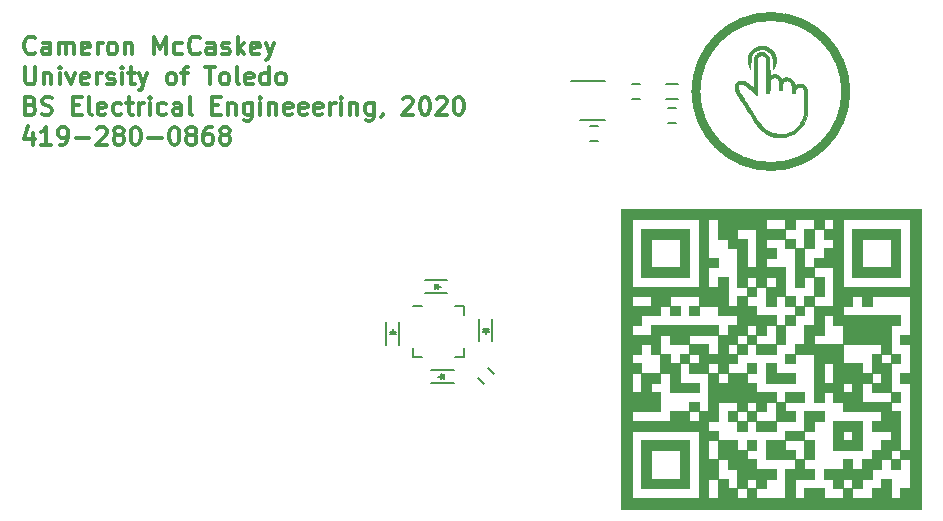
<source format=gto>
G04 #@! TF.FileFunction,Legend,Top*
%FSLAX46Y46*%
G04 Gerber Fmt 4.6, Leading zero omitted, Abs format (unit mm)*
G04 Created by KiCad (PCBNEW 4.0.5+dfsg1-4) date Tue Aug  8 22:54:49 2017*
%MOMM*%
%LPD*%
G01*
G04 APERTURE LIST*
%ADD10C,0.100000*%
%ADD11C,0.300000*%
%ADD12C,0.150000*%
%ADD13C,0.010000*%
%ADD14C,0.750000*%
G04 APERTURE END LIST*
D10*
D11*
X115514286Y-77990714D02*
X115442857Y-78062143D01*
X115228571Y-78133571D01*
X115085714Y-78133571D01*
X114871429Y-78062143D01*
X114728571Y-77919286D01*
X114657143Y-77776429D01*
X114585714Y-77490714D01*
X114585714Y-77276429D01*
X114657143Y-76990714D01*
X114728571Y-76847857D01*
X114871429Y-76705000D01*
X115085714Y-76633571D01*
X115228571Y-76633571D01*
X115442857Y-76705000D01*
X115514286Y-76776429D01*
X116800000Y-78133571D02*
X116800000Y-77347857D01*
X116728571Y-77205000D01*
X116585714Y-77133571D01*
X116300000Y-77133571D01*
X116157143Y-77205000D01*
X116800000Y-78062143D02*
X116657143Y-78133571D01*
X116300000Y-78133571D01*
X116157143Y-78062143D01*
X116085714Y-77919286D01*
X116085714Y-77776429D01*
X116157143Y-77633571D01*
X116300000Y-77562143D01*
X116657143Y-77562143D01*
X116800000Y-77490714D01*
X117514286Y-78133571D02*
X117514286Y-77133571D01*
X117514286Y-77276429D02*
X117585714Y-77205000D01*
X117728572Y-77133571D01*
X117942857Y-77133571D01*
X118085714Y-77205000D01*
X118157143Y-77347857D01*
X118157143Y-78133571D01*
X118157143Y-77347857D02*
X118228572Y-77205000D01*
X118371429Y-77133571D01*
X118585714Y-77133571D01*
X118728572Y-77205000D01*
X118800000Y-77347857D01*
X118800000Y-78133571D01*
X120085714Y-78062143D02*
X119942857Y-78133571D01*
X119657143Y-78133571D01*
X119514286Y-78062143D01*
X119442857Y-77919286D01*
X119442857Y-77347857D01*
X119514286Y-77205000D01*
X119657143Y-77133571D01*
X119942857Y-77133571D01*
X120085714Y-77205000D01*
X120157143Y-77347857D01*
X120157143Y-77490714D01*
X119442857Y-77633571D01*
X120800000Y-78133571D02*
X120800000Y-77133571D01*
X120800000Y-77419286D02*
X120871428Y-77276429D01*
X120942857Y-77205000D01*
X121085714Y-77133571D01*
X121228571Y-77133571D01*
X121942857Y-78133571D02*
X121799999Y-78062143D01*
X121728571Y-77990714D01*
X121657142Y-77847857D01*
X121657142Y-77419286D01*
X121728571Y-77276429D01*
X121799999Y-77205000D01*
X121942857Y-77133571D01*
X122157142Y-77133571D01*
X122299999Y-77205000D01*
X122371428Y-77276429D01*
X122442857Y-77419286D01*
X122442857Y-77847857D01*
X122371428Y-77990714D01*
X122299999Y-78062143D01*
X122157142Y-78133571D01*
X121942857Y-78133571D01*
X123085714Y-77133571D02*
X123085714Y-78133571D01*
X123085714Y-77276429D02*
X123157142Y-77205000D01*
X123300000Y-77133571D01*
X123514285Y-77133571D01*
X123657142Y-77205000D01*
X123728571Y-77347857D01*
X123728571Y-78133571D01*
X125585714Y-78133571D02*
X125585714Y-76633571D01*
X126085714Y-77705000D01*
X126585714Y-76633571D01*
X126585714Y-78133571D01*
X127942857Y-78062143D02*
X127800000Y-78133571D01*
X127514286Y-78133571D01*
X127371428Y-78062143D01*
X127300000Y-77990714D01*
X127228571Y-77847857D01*
X127228571Y-77419286D01*
X127300000Y-77276429D01*
X127371428Y-77205000D01*
X127514286Y-77133571D01*
X127800000Y-77133571D01*
X127942857Y-77205000D01*
X129442857Y-77990714D02*
X129371428Y-78062143D01*
X129157142Y-78133571D01*
X129014285Y-78133571D01*
X128800000Y-78062143D01*
X128657142Y-77919286D01*
X128585714Y-77776429D01*
X128514285Y-77490714D01*
X128514285Y-77276429D01*
X128585714Y-76990714D01*
X128657142Y-76847857D01*
X128800000Y-76705000D01*
X129014285Y-76633571D01*
X129157142Y-76633571D01*
X129371428Y-76705000D01*
X129442857Y-76776429D01*
X130728571Y-78133571D02*
X130728571Y-77347857D01*
X130657142Y-77205000D01*
X130514285Y-77133571D01*
X130228571Y-77133571D01*
X130085714Y-77205000D01*
X130728571Y-78062143D02*
X130585714Y-78133571D01*
X130228571Y-78133571D01*
X130085714Y-78062143D01*
X130014285Y-77919286D01*
X130014285Y-77776429D01*
X130085714Y-77633571D01*
X130228571Y-77562143D01*
X130585714Y-77562143D01*
X130728571Y-77490714D01*
X131371428Y-78062143D02*
X131514285Y-78133571D01*
X131800000Y-78133571D01*
X131942857Y-78062143D01*
X132014285Y-77919286D01*
X132014285Y-77847857D01*
X131942857Y-77705000D01*
X131800000Y-77633571D01*
X131585714Y-77633571D01*
X131442857Y-77562143D01*
X131371428Y-77419286D01*
X131371428Y-77347857D01*
X131442857Y-77205000D01*
X131585714Y-77133571D01*
X131800000Y-77133571D01*
X131942857Y-77205000D01*
X132657143Y-78133571D02*
X132657143Y-76633571D01*
X132800000Y-77562143D02*
X133228571Y-78133571D01*
X133228571Y-77133571D02*
X132657143Y-77705000D01*
X134442857Y-78062143D02*
X134300000Y-78133571D01*
X134014286Y-78133571D01*
X133871429Y-78062143D01*
X133800000Y-77919286D01*
X133800000Y-77347857D01*
X133871429Y-77205000D01*
X134014286Y-77133571D01*
X134300000Y-77133571D01*
X134442857Y-77205000D01*
X134514286Y-77347857D01*
X134514286Y-77490714D01*
X133800000Y-77633571D01*
X135014286Y-77133571D02*
X135371429Y-78133571D01*
X135728571Y-77133571D02*
X135371429Y-78133571D01*
X135228571Y-78490714D01*
X135157143Y-78562143D01*
X135014286Y-78633571D01*
X114657143Y-79183571D02*
X114657143Y-80397857D01*
X114728571Y-80540714D01*
X114800000Y-80612143D01*
X114942857Y-80683571D01*
X115228571Y-80683571D01*
X115371429Y-80612143D01*
X115442857Y-80540714D01*
X115514286Y-80397857D01*
X115514286Y-79183571D01*
X116228572Y-79683571D02*
X116228572Y-80683571D01*
X116228572Y-79826429D02*
X116300000Y-79755000D01*
X116442858Y-79683571D01*
X116657143Y-79683571D01*
X116800000Y-79755000D01*
X116871429Y-79897857D01*
X116871429Y-80683571D01*
X117585715Y-80683571D02*
X117585715Y-79683571D01*
X117585715Y-79183571D02*
X117514286Y-79255000D01*
X117585715Y-79326429D01*
X117657143Y-79255000D01*
X117585715Y-79183571D01*
X117585715Y-79326429D01*
X118157144Y-79683571D02*
X118514287Y-80683571D01*
X118871429Y-79683571D01*
X120014286Y-80612143D02*
X119871429Y-80683571D01*
X119585715Y-80683571D01*
X119442858Y-80612143D01*
X119371429Y-80469286D01*
X119371429Y-79897857D01*
X119442858Y-79755000D01*
X119585715Y-79683571D01*
X119871429Y-79683571D01*
X120014286Y-79755000D01*
X120085715Y-79897857D01*
X120085715Y-80040714D01*
X119371429Y-80183571D01*
X120728572Y-80683571D02*
X120728572Y-79683571D01*
X120728572Y-79969286D02*
X120800000Y-79826429D01*
X120871429Y-79755000D01*
X121014286Y-79683571D01*
X121157143Y-79683571D01*
X121585714Y-80612143D02*
X121728571Y-80683571D01*
X122014286Y-80683571D01*
X122157143Y-80612143D01*
X122228571Y-80469286D01*
X122228571Y-80397857D01*
X122157143Y-80255000D01*
X122014286Y-80183571D01*
X121800000Y-80183571D01*
X121657143Y-80112143D01*
X121585714Y-79969286D01*
X121585714Y-79897857D01*
X121657143Y-79755000D01*
X121800000Y-79683571D01*
X122014286Y-79683571D01*
X122157143Y-79755000D01*
X122871429Y-80683571D02*
X122871429Y-79683571D01*
X122871429Y-79183571D02*
X122800000Y-79255000D01*
X122871429Y-79326429D01*
X122942857Y-79255000D01*
X122871429Y-79183571D01*
X122871429Y-79326429D01*
X123371429Y-79683571D02*
X123942858Y-79683571D01*
X123585715Y-79183571D02*
X123585715Y-80469286D01*
X123657143Y-80612143D01*
X123800001Y-80683571D01*
X123942858Y-80683571D01*
X124300001Y-79683571D02*
X124657144Y-80683571D01*
X125014286Y-79683571D02*
X124657144Y-80683571D01*
X124514286Y-81040714D01*
X124442858Y-81112143D01*
X124300001Y-81183571D01*
X126942858Y-80683571D02*
X126800000Y-80612143D01*
X126728572Y-80540714D01*
X126657143Y-80397857D01*
X126657143Y-79969286D01*
X126728572Y-79826429D01*
X126800000Y-79755000D01*
X126942858Y-79683571D01*
X127157143Y-79683571D01*
X127300000Y-79755000D01*
X127371429Y-79826429D01*
X127442858Y-79969286D01*
X127442858Y-80397857D01*
X127371429Y-80540714D01*
X127300000Y-80612143D01*
X127157143Y-80683571D01*
X126942858Y-80683571D01*
X127871429Y-79683571D02*
X128442858Y-79683571D01*
X128085715Y-80683571D02*
X128085715Y-79397857D01*
X128157143Y-79255000D01*
X128300001Y-79183571D01*
X128442858Y-79183571D01*
X129871429Y-79183571D02*
X130728572Y-79183571D01*
X130300001Y-80683571D02*
X130300001Y-79183571D01*
X131442858Y-80683571D02*
X131300000Y-80612143D01*
X131228572Y-80540714D01*
X131157143Y-80397857D01*
X131157143Y-79969286D01*
X131228572Y-79826429D01*
X131300000Y-79755000D01*
X131442858Y-79683571D01*
X131657143Y-79683571D01*
X131800000Y-79755000D01*
X131871429Y-79826429D01*
X131942858Y-79969286D01*
X131942858Y-80397857D01*
X131871429Y-80540714D01*
X131800000Y-80612143D01*
X131657143Y-80683571D01*
X131442858Y-80683571D01*
X132800001Y-80683571D02*
X132657143Y-80612143D01*
X132585715Y-80469286D01*
X132585715Y-79183571D01*
X133942857Y-80612143D02*
X133800000Y-80683571D01*
X133514286Y-80683571D01*
X133371429Y-80612143D01*
X133300000Y-80469286D01*
X133300000Y-79897857D01*
X133371429Y-79755000D01*
X133514286Y-79683571D01*
X133800000Y-79683571D01*
X133942857Y-79755000D01*
X134014286Y-79897857D01*
X134014286Y-80040714D01*
X133300000Y-80183571D01*
X135300000Y-80683571D02*
X135300000Y-79183571D01*
X135300000Y-80612143D02*
X135157143Y-80683571D01*
X134871429Y-80683571D01*
X134728571Y-80612143D01*
X134657143Y-80540714D01*
X134585714Y-80397857D01*
X134585714Y-79969286D01*
X134657143Y-79826429D01*
X134728571Y-79755000D01*
X134871429Y-79683571D01*
X135157143Y-79683571D01*
X135300000Y-79755000D01*
X136228572Y-80683571D02*
X136085714Y-80612143D01*
X136014286Y-80540714D01*
X135942857Y-80397857D01*
X135942857Y-79969286D01*
X136014286Y-79826429D01*
X136085714Y-79755000D01*
X136228572Y-79683571D01*
X136442857Y-79683571D01*
X136585714Y-79755000D01*
X136657143Y-79826429D01*
X136728572Y-79969286D01*
X136728572Y-80397857D01*
X136657143Y-80540714D01*
X136585714Y-80612143D01*
X136442857Y-80683571D01*
X136228572Y-80683571D01*
X115157143Y-82447857D02*
X115371429Y-82519286D01*
X115442857Y-82590714D01*
X115514286Y-82733571D01*
X115514286Y-82947857D01*
X115442857Y-83090714D01*
X115371429Y-83162143D01*
X115228571Y-83233571D01*
X114657143Y-83233571D01*
X114657143Y-81733571D01*
X115157143Y-81733571D01*
X115300000Y-81805000D01*
X115371429Y-81876429D01*
X115442857Y-82019286D01*
X115442857Y-82162143D01*
X115371429Y-82305000D01*
X115300000Y-82376429D01*
X115157143Y-82447857D01*
X114657143Y-82447857D01*
X116085714Y-83162143D02*
X116300000Y-83233571D01*
X116657143Y-83233571D01*
X116800000Y-83162143D01*
X116871429Y-83090714D01*
X116942857Y-82947857D01*
X116942857Y-82805000D01*
X116871429Y-82662143D01*
X116800000Y-82590714D01*
X116657143Y-82519286D01*
X116371429Y-82447857D01*
X116228571Y-82376429D01*
X116157143Y-82305000D01*
X116085714Y-82162143D01*
X116085714Y-82019286D01*
X116157143Y-81876429D01*
X116228571Y-81805000D01*
X116371429Y-81733571D01*
X116728571Y-81733571D01*
X116942857Y-81805000D01*
X118728571Y-82447857D02*
X119228571Y-82447857D01*
X119442857Y-83233571D02*
X118728571Y-83233571D01*
X118728571Y-81733571D01*
X119442857Y-81733571D01*
X120300000Y-83233571D02*
X120157142Y-83162143D01*
X120085714Y-83019286D01*
X120085714Y-81733571D01*
X121442856Y-83162143D02*
X121299999Y-83233571D01*
X121014285Y-83233571D01*
X120871428Y-83162143D01*
X120799999Y-83019286D01*
X120799999Y-82447857D01*
X120871428Y-82305000D01*
X121014285Y-82233571D01*
X121299999Y-82233571D01*
X121442856Y-82305000D01*
X121514285Y-82447857D01*
X121514285Y-82590714D01*
X120799999Y-82733571D01*
X122799999Y-83162143D02*
X122657142Y-83233571D01*
X122371428Y-83233571D01*
X122228570Y-83162143D01*
X122157142Y-83090714D01*
X122085713Y-82947857D01*
X122085713Y-82519286D01*
X122157142Y-82376429D01*
X122228570Y-82305000D01*
X122371428Y-82233571D01*
X122657142Y-82233571D01*
X122799999Y-82305000D01*
X123228570Y-82233571D02*
X123799999Y-82233571D01*
X123442856Y-81733571D02*
X123442856Y-83019286D01*
X123514284Y-83162143D01*
X123657142Y-83233571D01*
X123799999Y-83233571D01*
X124299999Y-83233571D02*
X124299999Y-82233571D01*
X124299999Y-82519286D02*
X124371427Y-82376429D01*
X124442856Y-82305000D01*
X124585713Y-82233571D01*
X124728570Y-82233571D01*
X125228570Y-83233571D02*
X125228570Y-82233571D01*
X125228570Y-81733571D02*
X125157141Y-81805000D01*
X125228570Y-81876429D01*
X125299998Y-81805000D01*
X125228570Y-81733571D01*
X125228570Y-81876429D01*
X126585713Y-83162143D02*
X126442856Y-83233571D01*
X126157142Y-83233571D01*
X126014284Y-83162143D01*
X125942856Y-83090714D01*
X125871427Y-82947857D01*
X125871427Y-82519286D01*
X125942856Y-82376429D01*
X126014284Y-82305000D01*
X126157142Y-82233571D01*
X126442856Y-82233571D01*
X126585713Y-82305000D01*
X127871427Y-83233571D02*
X127871427Y-82447857D01*
X127799998Y-82305000D01*
X127657141Y-82233571D01*
X127371427Y-82233571D01*
X127228570Y-82305000D01*
X127871427Y-83162143D02*
X127728570Y-83233571D01*
X127371427Y-83233571D01*
X127228570Y-83162143D01*
X127157141Y-83019286D01*
X127157141Y-82876429D01*
X127228570Y-82733571D01*
X127371427Y-82662143D01*
X127728570Y-82662143D01*
X127871427Y-82590714D01*
X128799999Y-83233571D02*
X128657141Y-83162143D01*
X128585713Y-83019286D01*
X128585713Y-81733571D01*
X130514284Y-82447857D02*
X131014284Y-82447857D01*
X131228570Y-83233571D02*
X130514284Y-83233571D01*
X130514284Y-81733571D01*
X131228570Y-81733571D01*
X131871427Y-82233571D02*
X131871427Y-83233571D01*
X131871427Y-82376429D02*
X131942855Y-82305000D01*
X132085713Y-82233571D01*
X132299998Y-82233571D01*
X132442855Y-82305000D01*
X132514284Y-82447857D01*
X132514284Y-83233571D01*
X133871427Y-82233571D02*
X133871427Y-83447857D01*
X133799998Y-83590714D01*
X133728570Y-83662143D01*
X133585713Y-83733571D01*
X133371427Y-83733571D01*
X133228570Y-83662143D01*
X133871427Y-83162143D02*
X133728570Y-83233571D01*
X133442856Y-83233571D01*
X133299998Y-83162143D01*
X133228570Y-83090714D01*
X133157141Y-82947857D01*
X133157141Y-82519286D01*
X133228570Y-82376429D01*
X133299998Y-82305000D01*
X133442856Y-82233571D01*
X133728570Y-82233571D01*
X133871427Y-82305000D01*
X134585713Y-83233571D02*
X134585713Y-82233571D01*
X134585713Y-81733571D02*
X134514284Y-81805000D01*
X134585713Y-81876429D01*
X134657141Y-81805000D01*
X134585713Y-81733571D01*
X134585713Y-81876429D01*
X135299999Y-82233571D02*
X135299999Y-83233571D01*
X135299999Y-82376429D02*
X135371427Y-82305000D01*
X135514285Y-82233571D01*
X135728570Y-82233571D01*
X135871427Y-82305000D01*
X135942856Y-82447857D01*
X135942856Y-83233571D01*
X137228570Y-83162143D02*
X137085713Y-83233571D01*
X136799999Y-83233571D01*
X136657142Y-83162143D01*
X136585713Y-83019286D01*
X136585713Y-82447857D01*
X136657142Y-82305000D01*
X136799999Y-82233571D01*
X137085713Y-82233571D01*
X137228570Y-82305000D01*
X137299999Y-82447857D01*
X137299999Y-82590714D01*
X136585713Y-82733571D01*
X138514284Y-83162143D02*
X138371427Y-83233571D01*
X138085713Y-83233571D01*
X137942856Y-83162143D01*
X137871427Y-83019286D01*
X137871427Y-82447857D01*
X137942856Y-82305000D01*
X138085713Y-82233571D01*
X138371427Y-82233571D01*
X138514284Y-82305000D01*
X138585713Y-82447857D01*
X138585713Y-82590714D01*
X137871427Y-82733571D01*
X139799998Y-83162143D02*
X139657141Y-83233571D01*
X139371427Y-83233571D01*
X139228570Y-83162143D01*
X139157141Y-83019286D01*
X139157141Y-82447857D01*
X139228570Y-82305000D01*
X139371427Y-82233571D01*
X139657141Y-82233571D01*
X139799998Y-82305000D01*
X139871427Y-82447857D01*
X139871427Y-82590714D01*
X139157141Y-82733571D01*
X140514284Y-83233571D02*
X140514284Y-82233571D01*
X140514284Y-82519286D02*
X140585712Y-82376429D01*
X140657141Y-82305000D01*
X140799998Y-82233571D01*
X140942855Y-82233571D01*
X141442855Y-83233571D02*
X141442855Y-82233571D01*
X141442855Y-81733571D02*
X141371426Y-81805000D01*
X141442855Y-81876429D01*
X141514283Y-81805000D01*
X141442855Y-81733571D01*
X141442855Y-81876429D01*
X142157141Y-82233571D02*
X142157141Y-83233571D01*
X142157141Y-82376429D02*
X142228569Y-82305000D01*
X142371427Y-82233571D01*
X142585712Y-82233571D01*
X142728569Y-82305000D01*
X142799998Y-82447857D01*
X142799998Y-83233571D01*
X144157141Y-82233571D02*
X144157141Y-83447857D01*
X144085712Y-83590714D01*
X144014284Y-83662143D01*
X143871427Y-83733571D01*
X143657141Y-83733571D01*
X143514284Y-83662143D01*
X144157141Y-83162143D02*
X144014284Y-83233571D01*
X143728570Y-83233571D01*
X143585712Y-83162143D01*
X143514284Y-83090714D01*
X143442855Y-82947857D01*
X143442855Y-82519286D01*
X143514284Y-82376429D01*
X143585712Y-82305000D01*
X143728570Y-82233571D01*
X144014284Y-82233571D01*
X144157141Y-82305000D01*
X144942855Y-83162143D02*
X144942855Y-83233571D01*
X144871427Y-83376429D01*
X144799998Y-83447857D01*
X146657141Y-81876429D02*
X146728570Y-81805000D01*
X146871427Y-81733571D01*
X147228570Y-81733571D01*
X147371427Y-81805000D01*
X147442856Y-81876429D01*
X147514284Y-82019286D01*
X147514284Y-82162143D01*
X147442856Y-82376429D01*
X146585713Y-83233571D01*
X147514284Y-83233571D01*
X148442855Y-81733571D02*
X148585712Y-81733571D01*
X148728569Y-81805000D01*
X148799998Y-81876429D01*
X148871427Y-82019286D01*
X148942855Y-82305000D01*
X148942855Y-82662143D01*
X148871427Y-82947857D01*
X148799998Y-83090714D01*
X148728569Y-83162143D01*
X148585712Y-83233571D01*
X148442855Y-83233571D01*
X148299998Y-83162143D01*
X148228569Y-83090714D01*
X148157141Y-82947857D01*
X148085712Y-82662143D01*
X148085712Y-82305000D01*
X148157141Y-82019286D01*
X148228569Y-81876429D01*
X148299998Y-81805000D01*
X148442855Y-81733571D01*
X149514283Y-81876429D02*
X149585712Y-81805000D01*
X149728569Y-81733571D01*
X150085712Y-81733571D01*
X150228569Y-81805000D01*
X150299998Y-81876429D01*
X150371426Y-82019286D01*
X150371426Y-82162143D01*
X150299998Y-82376429D01*
X149442855Y-83233571D01*
X150371426Y-83233571D01*
X151299997Y-81733571D02*
X151442854Y-81733571D01*
X151585711Y-81805000D01*
X151657140Y-81876429D01*
X151728569Y-82019286D01*
X151799997Y-82305000D01*
X151799997Y-82662143D01*
X151728569Y-82947857D01*
X151657140Y-83090714D01*
X151585711Y-83162143D01*
X151442854Y-83233571D01*
X151299997Y-83233571D01*
X151157140Y-83162143D01*
X151085711Y-83090714D01*
X151014283Y-82947857D01*
X150942854Y-82662143D01*
X150942854Y-82305000D01*
X151014283Y-82019286D01*
X151085711Y-81876429D01*
X151157140Y-81805000D01*
X151299997Y-81733571D01*
X115300000Y-84783571D02*
X115300000Y-85783571D01*
X114942857Y-84212143D02*
X114585714Y-85283571D01*
X115514286Y-85283571D01*
X116871428Y-85783571D02*
X116014285Y-85783571D01*
X116442857Y-85783571D02*
X116442857Y-84283571D01*
X116300000Y-84497857D01*
X116157142Y-84640714D01*
X116014285Y-84712143D01*
X117585713Y-85783571D02*
X117871428Y-85783571D01*
X118014285Y-85712143D01*
X118085713Y-85640714D01*
X118228571Y-85426429D01*
X118299999Y-85140714D01*
X118299999Y-84569286D01*
X118228571Y-84426429D01*
X118157142Y-84355000D01*
X118014285Y-84283571D01*
X117728571Y-84283571D01*
X117585713Y-84355000D01*
X117514285Y-84426429D01*
X117442856Y-84569286D01*
X117442856Y-84926429D01*
X117514285Y-85069286D01*
X117585713Y-85140714D01*
X117728571Y-85212143D01*
X118014285Y-85212143D01*
X118157142Y-85140714D01*
X118228571Y-85069286D01*
X118299999Y-84926429D01*
X118942856Y-85212143D02*
X120085713Y-85212143D01*
X120728570Y-84426429D02*
X120799999Y-84355000D01*
X120942856Y-84283571D01*
X121299999Y-84283571D01*
X121442856Y-84355000D01*
X121514285Y-84426429D01*
X121585713Y-84569286D01*
X121585713Y-84712143D01*
X121514285Y-84926429D01*
X120657142Y-85783571D01*
X121585713Y-85783571D01*
X122442856Y-84926429D02*
X122299998Y-84855000D01*
X122228570Y-84783571D01*
X122157141Y-84640714D01*
X122157141Y-84569286D01*
X122228570Y-84426429D01*
X122299998Y-84355000D01*
X122442856Y-84283571D01*
X122728570Y-84283571D01*
X122871427Y-84355000D01*
X122942856Y-84426429D01*
X123014284Y-84569286D01*
X123014284Y-84640714D01*
X122942856Y-84783571D01*
X122871427Y-84855000D01*
X122728570Y-84926429D01*
X122442856Y-84926429D01*
X122299998Y-84997857D01*
X122228570Y-85069286D01*
X122157141Y-85212143D01*
X122157141Y-85497857D01*
X122228570Y-85640714D01*
X122299998Y-85712143D01*
X122442856Y-85783571D01*
X122728570Y-85783571D01*
X122871427Y-85712143D01*
X122942856Y-85640714D01*
X123014284Y-85497857D01*
X123014284Y-85212143D01*
X122942856Y-85069286D01*
X122871427Y-84997857D01*
X122728570Y-84926429D01*
X123942855Y-84283571D02*
X124085712Y-84283571D01*
X124228569Y-84355000D01*
X124299998Y-84426429D01*
X124371427Y-84569286D01*
X124442855Y-84855000D01*
X124442855Y-85212143D01*
X124371427Y-85497857D01*
X124299998Y-85640714D01*
X124228569Y-85712143D01*
X124085712Y-85783571D01*
X123942855Y-85783571D01*
X123799998Y-85712143D01*
X123728569Y-85640714D01*
X123657141Y-85497857D01*
X123585712Y-85212143D01*
X123585712Y-84855000D01*
X123657141Y-84569286D01*
X123728569Y-84426429D01*
X123799998Y-84355000D01*
X123942855Y-84283571D01*
X125085712Y-85212143D02*
X126228569Y-85212143D01*
X127228569Y-84283571D02*
X127371426Y-84283571D01*
X127514283Y-84355000D01*
X127585712Y-84426429D01*
X127657141Y-84569286D01*
X127728569Y-84855000D01*
X127728569Y-85212143D01*
X127657141Y-85497857D01*
X127585712Y-85640714D01*
X127514283Y-85712143D01*
X127371426Y-85783571D01*
X127228569Y-85783571D01*
X127085712Y-85712143D01*
X127014283Y-85640714D01*
X126942855Y-85497857D01*
X126871426Y-85212143D01*
X126871426Y-84855000D01*
X126942855Y-84569286D01*
X127014283Y-84426429D01*
X127085712Y-84355000D01*
X127228569Y-84283571D01*
X128585712Y-84926429D02*
X128442854Y-84855000D01*
X128371426Y-84783571D01*
X128299997Y-84640714D01*
X128299997Y-84569286D01*
X128371426Y-84426429D01*
X128442854Y-84355000D01*
X128585712Y-84283571D01*
X128871426Y-84283571D01*
X129014283Y-84355000D01*
X129085712Y-84426429D01*
X129157140Y-84569286D01*
X129157140Y-84640714D01*
X129085712Y-84783571D01*
X129014283Y-84855000D01*
X128871426Y-84926429D01*
X128585712Y-84926429D01*
X128442854Y-84997857D01*
X128371426Y-85069286D01*
X128299997Y-85212143D01*
X128299997Y-85497857D01*
X128371426Y-85640714D01*
X128442854Y-85712143D01*
X128585712Y-85783571D01*
X128871426Y-85783571D01*
X129014283Y-85712143D01*
X129085712Y-85640714D01*
X129157140Y-85497857D01*
X129157140Y-85212143D01*
X129085712Y-85069286D01*
X129014283Y-84997857D01*
X128871426Y-84926429D01*
X130442854Y-84283571D02*
X130157140Y-84283571D01*
X130014283Y-84355000D01*
X129942854Y-84426429D01*
X129799997Y-84640714D01*
X129728568Y-84926429D01*
X129728568Y-85497857D01*
X129799997Y-85640714D01*
X129871425Y-85712143D01*
X130014283Y-85783571D01*
X130299997Y-85783571D01*
X130442854Y-85712143D01*
X130514283Y-85640714D01*
X130585711Y-85497857D01*
X130585711Y-85140714D01*
X130514283Y-84997857D01*
X130442854Y-84926429D01*
X130299997Y-84855000D01*
X130014283Y-84855000D01*
X129871425Y-84926429D01*
X129799997Y-84997857D01*
X129728568Y-85140714D01*
X131442854Y-84926429D02*
X131299996Y-84855000D01*
X131228568Y-84783571D01*
X131157139Y-84640714D01*
X131157139Y-84569286D01*
X131228568Y-84426429D01*
X131299996Y-84355000D01*
X131442854Y-84283571D01*
X131728568Y-84283571D01*
X131871425Y-84355000D01*
X131942854Y-84426429D01*
X132014282Y-84569286D01*
X132014282Y-84640714D01*
X131942854Y-84783571D01*
X131871425Y-84855000D01*
X131728568Y-84926429D01*
X131442854Y-84926429D01*
X131299996Y-84997857D01*
X131228568Y-85069286D01*
X131157139Y-85212143D01*
X131157139Y-85497857D01*
X131228568Y-85640714D01*
X131299996Y-85712143D01*
X131442854Y-85783571D01*
X131728568Y-85783571D01*
X131871425Y-85712143D01*
X131942854Y-85640714D01*
X132014282Y-85497857D01*
X132014282Y-85212143D01*
X131942854Y-85069286D01*
X131871425Y-84997857D01*
X131728568Y-84926429D01*
D12*
X153824447Y-104715919D02*
X154319421Y-105210893D01*
X153470893Y-106059421D02*
X152975919Y-105564447D01*
X153120000Y-100500000D02*
X153120000Y-102400000D01*
X154220000Y-100500000D02*
X154220000Y-102400000D01*
X153670000Y-101400000D02*
X153670000Y-101850000D01*
X153920000Y-101350000D02*
X153420000Y-101350000D01*
X153670000Y-101350000D02*
X153920000Y-101600000D01*
X153920000Y-101600000D02*
X153420000Y-101600000D01*
X153420000Y-101600000D02*
X153670000Y-101350000D01*
X150960000Y-104860000D02*
X149060000Y-104860000D01*
X150960000Y-105960000D02*
X149060000Y-105960000D01*
X150060000Y-105410000D02*
X149610000Y-105410000D01*
X150110000Y-105660000D02*
X150110000Y-105160000D01*
X150110000Y-105410000D02*
X149860000Y-105660000D01*
X149860000Y-105660000D02*
X149860000Y-105160000D01*
X149860000Y-105160000D02*
X150110000Y-105410000D01*
X146346000Y-102700000D02*
X146346000Y-100800000D01*
X145246000Y-102700000D02*
X145246000Y-100800000D01*
X145796000Y-101800000D02*
X145796000Y-101350000D01*
X145546000Y-101850000D02*
X146046000Y-101850000D01*
X145796000Y-101850000D02*
X145546000Y-101600000D01*
X145546000Y-101600000D02*
X146046000Y-101600000D01*
X146046000Y-101600000D02*
X145796000Y-101850000D01*
X148506000Y-98340000D02*
X150406000Y-98340000D01*
X148506000Y-97240000D02*
X150406000Y-97240000D01*
X149406000Y-97790000D02*
X149856000Y-97790000D01*
X149356000Y-97540000D02*
X149356000Y-98040000D01*
X149356000Y-97790000D02*
X149606000Y-97540000D01*
X149606000Y-97540000D02*
X149606000Y-98040000D01*
X149606000Y-98040000D02*
X149356000Y-97790000D01*
X151823000Y-99434000D02*
X151823000Y-100209000D01*
X147523000Y-103734000D02*
X147523000Y-102959000D01*
X151823000Y-103734000D02*
X151823000Y-102959000D01*
X147523000Y-99434000D02*
X148298000Y-99434000D01*
X147523000Y-103734000D02*
X148298000Y-103734000D01*
X151823000Y-103734000D02*
X151048000Y-103734000D01*
X151823000Y-99434000D02*
X151048000Y-99434000D01*
X162464000Y-84236000D02*
X163164000Y-84236000D01*
X163164000Y-85436000D02*
X162464000Y-85436000D01*
X166720000Y-81880000D02*
X166020000Y-81880000D01*
X166020000Y-80680000D02*
X166720000Y-80680000D01*
X169768000Y-83912000D02*
X169068000Y-83912000D01*
X169068000Y-82712000D02*
X169768000Y-82712000D01*
X168918000Y-80605000D02*
X169918000Y-80605000D01*
X169918000Y-81955000D02*
X168918000Y-81955000D01*
X161634000Y-83655000D02*
X163734000Y-83655000D01*
X160859000Y-80405000D02*
X163734000Y-80405000D01*
D13*
G36*
X177082004Y-77948460D02*
X177207640Y-77973995D01*
X177311050Y-78014972D01*
X177421518Y-78082527D01*
X177513610Y-78167478D01*
X177587593Y-78270138D01*
X177643734Y-78390818D01*
X177650399Y-78409800D01*
X177656349Y-78428057D01*
X177661406Y-78446250D01*
X177665656Y-78466555D01*
X177669189Y-78491151D01*
X177672091Y-78522215D01*
X177674450Y-78561923D01*
X177676355Y-78612453D01*
X177677894Y-78675982D01*
X177679154Y-78754688D01*
X177680224Y-78850747D01*
X177681191Y-78966338D01*
X177682144Y-79103636D01*
X177682844Y-79213075D01*
X177683778Y-79345739D01*
X177684844Y-79470503D01*
X177686012Y-79585107D01*
X177687249Y-79687297D01*
X177688523Y-79774814D01*
X177689802Y-79845402D01*
X177691054Y-79896803D01*
X177692246Y-79926761D01*
X177693086Y-79933800D01*
X177706273Y-79928041D01*
X177734897Y-79913051D01*
X177767268Y-79895150D01*
X177878281Y-79846666D01*
X177997528Y-79820222D01*
X178120389Y-79815950D01*
X178242247Y-79833980D01*
X178358484Y-79874444D01*
X178366300Y-79878124D01*
X178423992Y-79912897D01*
X178486759Y-79962310D01*
X178548689Y-80020525D01*
X178603870Y-80081700D01*
X178646389Y-80139996D01*
X178663707Y-80171925D01*
X178680555Y-80207846D01*
X178693407Y-80232052D01*
X178698461Y-80238600D01*
X178710690Y-80231645D01*
X178735131Y-80214306D01*
X178743836Y-80207753D01*
X178832216Y-80154638D01*
X178937328Y-80115696D01*
X179053849Y-80092505D01*
X179153419Y-80086350D01*
X179285561Y-80097165D01*
X179405444Y-80130123D01*
X179513652Y-80185454D01*
X179610767Y-80263388D01*
X179615471Y-80268010D01*
X179693772Y-80358395D01*
X179750697Y-80454907D01*
X179789068Y-80563177D01*
X179806479Y-80649516D01*
X179813512Y-80690338D01*
X179820187Y-80719911D01*
X179824121Y-80730254D01*
X179837566Y-80727843D01*
X179866153Y-80715176D01*
X179897921Y-80698206D01*
X180004126Y-80651711D01*
X180120443Y-80625543D01*
X180241799Y-80619672D01*
X180363117Y-80634066D01*
X180479323Y-80668695D01*
X180550018Y-80702209D01*
X180644776Y-80768542D01*
X180728258Y-80853872D01*
X180796896Y-80953085D01*
X180847124Y-81061070D01*
X180874556Y-81167239D01*
X180877255Y-81198745D01*
X180879491Y-81255013D01*
X180881260Y-81335407D01*
X180882556Y-81439293D01*
X180883376Y-81566037D01*
X180883714Y-81715003D01*
X180883566Y-81885557D01*
X180882926Y-82077064D01*
X180882301Y-82202289D01*
X180881202Y-82387245D01*
X180880064Y-82548584D01*
X180878847Y-82688090D01*
X180877508Y-82807547D01*
X180876005Y-82908738D01*
X180874295Y-82993446D01*
X180872338Y-83063456D01*
X180870091Y-83120550D01*
X180867511Y-83166512D01*
X180864557Y-83203126D01*
X180861187Y-83232176D01*
X180857473Y-83254850D01*
X180800259Y-83496458D01*
X180724486Y-83721426D01*
X180629374Y-83931256D01*
X180514143Y-84127447D01*
X180378014Y-84311500D01*
X180220206Y-84484915D01*
X180215985Y-84489119D01*
X180037359Y-84649921D01*
X179847483Y-84788330D01*
X179645631Y-84904711D01*
X179431072Y-84999429D01*
X179203079Y-85072850D01*
X178960922Y-85125341D01*
X178943000Y-85128309D01*
X178886869Y-85134962D01*
X178812006Y-85140356D01*
X178724946Y-85144359D01*
X178632223Y-85146839D01*
X178540372Y-85147665D01*
X178455928Y-85146703D01*
X178385427Y-85143821D01*
X178346100Y-85140379D01*
X178093666Y-85097665D01*
X177853089Y-85032641D01*
X177623809Y-84945030D01*
X177405263Y-84834560D01*
X177196889Y-84700955D01*
X176998127Y-84543940D01*
X176856216Y-84411836D01*
X176732958Y-84280685D01*
X176613191Y-84135318D01*
X176494971Y-83973061D01*
X176376352Y-83791238D01*
X176255389Y-83587172D01*
X176250582Y-83578700D01*
X176168040Y-83434907D01*
X176083081Y-83290916D01*
X175993693Y-83143506D01*
X175897869Y-82989456D01*
X175793597Y-82825548D01*
X175678868Y-82648560D01*
X175551673Y-82455274D01*
X175512122Y-82395644D01*
X175398541Y-82224240D01*
X175298319Y-82071935D01*
X175210398Y-81936916D01*
X175133717Y-81817371D01*
X175067217Y-81711489D01*
X175009839Y-81617456D01*
X174960524Y-81533461D01*
X174918213Y-81457691D01*
X174881845Y-81388334D01*
X174850362Y-81323578D01*
X174822704Y-81261610D01*
X174797813Y-81200620D01*
X174774628Y-81138793D01*
X174770175Y-81126372D01*
X174748572Y-81063342D01*
X174734686Y-81013953D01*
X174726747Y-80968285D01*
X174722984Y-80916416D01*
X174721839Y-80861704D01*
X174987274Y-80861704D01*
X174999781Y-80945779D01*
X175029566Y-81044083D01*
X175076771Y-81157595D01*
X175141535Y-81287290D01*
X175219262Y-81426050D01*
X175239755Y-81460216D01*
X175272390Y-81513440D01*
X175315677Y-81583345D01*
X175368132Y-81667552D01*
X175428267Y-81763686D01*
X175494597Y-81869368D01*
X175565633Y-81982221D01*
X175639891Y-82099867D01*
X175699705Y-82194400D01*
X175793686Y-82342837D01*
X175875760Y-82472670D01*
X175947670Y-82586717D01*
X176011158Y-82687797D01*
X176067965Y-82778726D01*
X176119834Y-82862324D01*
X176168506Y-82941408D01*
X176215724Y-83018796D01*
X176263229Y-83097306D01*
X176312763Y-83179756D01*
X176366068Y-83268964D01*
X176421942Y-83362800D01*
X176564425Y-83593577D01*
X176703681Y-83800683D01*
X176841099Y-83985423D01*
X176978070Y-84149103D01*
X177115981Y-84293029D01*
X177256222Y-84418506D01*
X177400181Y-84526841D01*
X177549249Y-84619338D01*
X177704814Y-84697304D01*
X177868266Y-84762043D01*
X177933656Y-84783739D01*
X178113159Y-84831346D01*
X178300574Y-84864491D01*
X178488978Y-84882472D01*
X178671451Y-84884585D01*
X178816333Y-84873428D01*
X179039284Y-84834232D01*
X179250332Y-84773116D01*
X179451796Y-84689180D01*
X179645997Y-84581521D01*
X179755256Y-84508537D01*
X179834706Y-84447057D01*
X179921796Y-84371103D01*
X180010759Y-84286391D01*
X180095829Y-84198632D01*
X180171239Y-84113542D01*
X180230884Y-84037305D01*
X180307686Y-83921077D01*
X180380161Y-83794913D01*
X180445268Y-83665079D01*
X180499968Y-83537840D01*
X180541219Y-83419465D01*
X180554905Y-83369454D01*
X180566755Y-83320679D01*
X180577047Y-83276176D01*
X180585891Y-83233819D01*
X180593398Y-83191480D01*
X180599677Y-83147034D01*
X180604840Y-83098352D01*
X180608995Y-83043309D01*
X180612253Y-82979776D01*
X180614725Y-82905628D01*
X180616521Y-82818737D01*
X180617750Y-82716977D01*
X180618523Y-82598220D01*
X180618951Y-82460340D01*
X180619142Y-82301210D01*
X180619207Y-82128201D01*
X180619230Y-81954198D01*
X180619187Y-81803723D01*
X180619025Y-81674903D01*
X180618695Y-81565869D01*
X180618145Y-81474746D01*
X180617322Y-81399663D01*
X180616177Y-81338749D01*
X180614658Y-81290130D01*
X180612713Y-81251937D01*
X180610292Y-81222295D01*
X180607343Y-81199334D01*
X180603815Y-81181181D01*
X180599656Y-81165965D01*
X180594815Y-81151813D01*
X180592285Y-81144982D01*
X180548895Y-81061812D01*
X180487499Y-80990438D01*
X180412735Y-80934753D01*
X180329243Y-80898649D01*
X180287682Y-80889456D01*
X180188056Y-80884642D01*
X180097203Y-80902806D01*
X180012155Y-80944837D01*
X179953675Y-80989650D01*
X179896852Y-81051258D01*
X179856924Y-81123000D01*
X179831972Y-81209303D01*
X179821252Y-81295327D01*
X179812950Y-81413350D01*
X179558950Y-81413350D01*
X179552600Y-81032350D01*
X179550676Y-80922976D01*
X179548797Y-80835882D01*
X179546726Y-80767949D01*
X179544226Y-80716057D01*
X179541058Y-80677088D01*
X179536986Y-80647923D01*
X179531771Y-80625444D01*
X179525176Y-80606530D01*
X179519105Y-80592645D01*
X179466955Y-80508923D01*
X179395322Y-80437531D01*
X179318411Y-80387994D01*
X179231281Y-80356478D01*
X179140748Y-80346693D01*
X179052744Y-80358811D01*
X178999007Y-80378851D01*
X178919743Y-80428518D01*
X178849601Y-80493954D01*
X178796366Y-80567776D01*
X178792638Y-80574640D01*
X178781042Y-80597547D01*
X178772379Y-80618935D01*
X178766143Y-80642990D01*
X178761831Y-80673900D01*
X178758938Y-80715851D01*
X178756960Y-80773030D01*
X178755393Y-80849624D01*
X178754721Y-80889475D01*
X178750593Y-81140300D01*
X178485800Y-81140300D01*
X178485800Y-80786962D01*
X178485513Y-80671364D01*
X178484335Y-80577813D01*
X178481791Y-80502955D01*
X178477403Y-80443442D01*
X178470697Y-80395921D01*
X178461196Y-80357041D01*
X178448425Y-80323453D01*
X178431907Y-80291804D01*
X178411166Y-80258743D01*
X178410667Y-80257986D01*
X178367634Y-80206852D01*
X178310801Y-80158225D01*
X178249385Y-80119127D01*
X178202184Y-80099137D01*
X178159830Y-80090542D01*
X178106178Y-80085019D01*
X178068931Y-80083847D01*
X177978851Y-80096634D01*
X177893544Y-80132221D01*
X177816932Y-80188020D01*
X177752942Y-80261444D01*
X177722641Y-80312094D01*
X177715084Y-80327290D01*
X177708856Y-80342194D01*
X177703794Y-80359360D01*
X177699737Y-80381344D01*
X177696521Y-80410699D01*
X177693984Y-80449980D01*
X177691964Y-80501742D01*
X177690297Y-80568539D01*
X177688823Y-80652925D01*
X177687376Y-80757455D01*
X177685797Y-80884684D01*
X177685700Y-80892650D01*
X177679350Y-81413350D01*
X177425350Y-81413350D01*
X177418777Y-79971900D01*
X177417551Y-79723231D01*
X177416246Y-79499352D01*
X177414857Y-79299654D01*
X177413373Y-79123527D01*
X177411786Y-78970361D01*
X177410088Y-78839547D01*
X177408269Y-78730475D01*
X177406323Y-78642535D01*
X177404240Y-78575118D01*
X177402011Y-78527615D01*
X177399628Y-78499414D01*
X177398044Y-78491286D01*
X177352358Y-78401406D01*
X177285848Y-78323372D01*
X177201645Y-78260585D01*
X177170066Y-78243573D01*
X177126356Y-78225598D01*
X177081130Y-78216126D01*
X177023453Y-78213035D01*
X177012600Y-78212991D01*
X176958459Y-78214477D01*
X176917986Y-78220810D01*
X176879523Y-78234883D01*
X176836910Y-78256603D01*
X176750128Y-78317265D01*
X176682195Y-78394899D01*
X176645052Y-78461329D01*
X176641241Y-78470152D01*
X176637827Y-78479823D01*
X176634790Y-78491722D01*
X176632106Y-78507225D01*
X176629753Y-78527711D01*
X176627710Y-78554556D01*
X176625954Y-78589140D01*
X176624462Y-78632839D01*
X176623213Y-78687031D01*
X176622184Y-78753094D01*
X176621354Y-78832406D01*
X176620699Y-78926344D01*
X176620198Y-79036286D01*
X176619828Y-79163610D01*
X176619567Y-79309693D01*
X176619393Y-79475914D01*
X176619284Y-79663649D01*
X176619217Y-79874277D01*
X176619178Y-80065033D01*
X176619033Y-80315392D01*
X176618693Y-80545043D01*
X176618162Y-80753535D01*
X176617444Y-80940421D01*
X176616543Y-81105250D01*
X176615462Y-81247574D01*
X176614204Y-81366943D01*
X176612774Y-81462909D01*
X176611176Y-81535023D01*
X176609412Y-81582835D01*
X176607487Y-81605896D01*
X176606580Y-81608083D01*
X176594257Y-81598262D01*
X176566758Y-81573188D01*
X176526899Y-81535534D01*
X176477499Y-81487974D01*
X176421375Y-81433180D01*
X176400205Y-81412333D01*
X176223760Y-81242922D01*
X176058060Y-81093504D01*
X175903465Y-80964345D01*
X175760337Y-80855710D01*
X175629038Y-80767864D01*
X175509929Y-80701073D01*
X175403371Y-80655602D01*
X175345855Y-80638720D01*
X175264868Y-80623728D01*
X175199379Y-80621778D01*
X175142940Y-80633126D01*
X175107218Y-80648175D01*
X175052018Y-80685095D01*
X175013533Y-80732340D01*
X174991905Y-80790884D01*
X174987274Y-80861704D01*
X174721839Y-80861704D01*
X174721689Y-80854550D01*
X174721570Y-80790905D01*
X174723513Y-80745553D01*
X174728637Y-80711401D01*
X174738067Y-80681359D01*
X174752924Y-80648337D01*
X174754996Y-80644098D01*
X174814396Y-80551122D01*
X174892520Y-80472632D01*
X174985263Y-80411971D01*
X175088043Y-80372610D01*
X175156876Y-80358452D01*
X175222425Y-80354255D01*
X175292700Y-80360291D01*
X175375708Y-80376834D01*
X175402054Y-80383317D01*
X175525248Y-80423947D01*
X175659342Y-80485713D01*
X175802743Y-80567637D01*
X175953863Y-80668738D01*
X176111109Y-80788035D01*
X176255750Y-80909444D01*
X176292383Y-80940478D01*
X176322054Y-80963620D01*
X176339433Y-80974765D01*
X176341121Y-80975200D01*
X176342612Y-80962784D01*
X176344116Y-80926675D01*
X176345614Y-80868580D01*
X176347086Y-80790204D01*
X176348513Y-80693256D01*
X176349875Y-80579441D01*
X176351154Y-80450466D01*
X176352330Y-80308038D01*
X176353384Y-80153864D01*
X176354296Y-79989650D01*
X176355047Y-79817103D01*
X176355398Y-79714725D01*
X176356022Y-79504776D01*
X176356574Y-79318647D01*
X176357142Y-79154757D01*
X176357815Y-79011528D01*
X176358680Y-78887378D01*
X176359827Y-78780729D01*
X176361344Y-78690000D01*
X176363320Y-78613611D01*
X176365842Y-78549982D01*
X176368999Y-78497534D01*
X176372881Y-78454687D01*
X176377574Y-78419860D01*
X176383167Y-78391475D01*
X176389750Y-78367950D01*
X176397410Y-78347706D01*
X176406236Y-78329164D01*
X176416316Y-78310743D01*
X176427739Y-78290863D01*
X176435904Y-78276450D01*
X176477018Y-78216522D01*
X176533235Y-78153072D01*
X176597286Y-78093085D01*
X176661902Y-78043547D01*
X176704463Y-78018386D01*
X176827738Y-77970671D01*
X176954477Y-77947357D01*
X177082004Y-77948460D01*
X177082004Y-77948460D01*
G37*
X177082004Y-77948460D02*
X177207640Y-77973995D01*
X177311050Y-78014972D01*
X177421518Y-78082527D01*
X177513610Y-78167478D01*
X177587593Y-78270138D01*
X177643734Y-78390818D01*
X177650399Y-78409800D01*
X177656349Y-78428057D01*
X177661406Y-78446250D01*
X177665656Y-78466555D01*
X177669189Y-78491151D01*
X177672091Y-78522215D01*
X177674450Y-78561923D01*
X177676355Y-78612453D01*
X177677894Y-78675982D01*
X177679154Y-78754688D01*
X177680224Y-78850747D01*
X177681191Y-78966338D01*
X177682144Y-79103636D01*
X177682844Y-79213075D01*
X177683778Y-79345739D01*
X177684844Y-79470503D01*
X177686012Y-79585107D01*
X177687249Y-79687297D01*
X177688523Y-79774814D01*
X177689802Y-79845402D01*
X177691054Y-79896803D01*
X177692246Y-79926761D01*
X177693086Y-79933800D01*
X177706273Y-79928041D01*
X177734897Y-79913051D01*
X177767268Y-79895150D01*
X177878281Y-79846666D01*
X177997528Y-79820222D01*
X178120389Y-79815950D01*
X178242247Y-79833980D01*
X178358484Y-79874444D01*
X178366300Y-79878124D01*
X178423992Y-79912897D01*
X178486759Y-79962310D01*
X178548689Y-80020525D01*
X178603870Y-80081700D01*
X178646389Y-80139996D01*
X178663707Y-80171925D01*
X178680555Y-80207846D01*
X178693407Y-80232052D01*
X178698461Y-80238600D01*
X178710690Y-80231645D01*
X178735131Y-80214306D01*
X178743836Y-80207753D01*
X178832216Y-80154638D01*
X178937328Y-80115696D01*
X179053849Y-80092505D01*
X179153419Y-80086350D01*
X179285561Y-80097165D01*
X179405444Y-80130123D01*
X179513652Y-80185454D01*
X179610767Y-80263388D01*
X179615471Y-80268010D01*
X179693772Y-80358395D01*
X179750697Y-80454907D01*
X179789068Y-80563177D01*
X179806479Y-80649516D01*
X179813512Y-80690338D01*
X179820187Y-80719911D01*
X179824121Y-80730254D01*
X179837566Y-80727843D01*
X179866153Y-80715176D01*
X179897921Y-80698206D01*
X180004126Y-80651711D01*
X180120443Y-80625543D01*
X180241799Y-80619672D01*
X180363117Y-80634066D01*
X180479323Y-80668695D01*
X180550018Y-80702209D01*
X180644776Y-80768542D01*
X180728258Y-80853872D01*
X180796896Y-80953085D01*
X180847124Y-81061070D01*
X180874556Y-81167239D01*
X180877255Y-81198745D01*
X180879491Y-81255013D01*
X180881260Y-81335407D01*
X180882556Y-81439293D01*
X180883376Y-81566037D01*
X180883714Y-81715003D01*
X180883566Y-81885557D01*
X180882926Y-82077064D01*
X180882301Y-82202289D01*
X180881202Y-82387245D01*
X180880064Y-82548584D01*
X180878847Y-82688090D01*
X180877508Y-82807547D01*
X180876005Y-82908738D01*
X180874295Y-82993446D01*
X180872338Y-83063456D01*
X180870091Y-83120550D01*
X180867511Y-83166512D01*
X180864557Y-83203126D01*
X180861187Y-83232176D01*
X180857473Y-83254850D01*
X180800259Y-83496458D01*
X180724486Y-83721426D01*
X180629374Y-83931256D01*
X180514143Y-84127447D01*
X180378014Y-84311500D01*
X180220206Y-84484915D01*
X180215985Y-84489119D01*
X180037359Y-84649921D01*
X179847483Y-84788330D01*
X179645631Y-84904711D01*
X179431072Y-84999429D01*
X179203079Y-85072850D01*
X178960922Y-85125341D01*
X178943000Y-85128309D01*
X178886869Y-85134962D01*
X178812006Y-85140356D01*
X178724946Y-85144359D01*
X178632223Y-85146839D01*
X178540372Y-85147665D01*
X178455928Y-85146703D01*
X178385427Y-85143821D01*
X178346100Y-85140379D01*
X178093666Y-85097665D01*
X177853089Y-85032641D01*
X177623809Y-84945030D01*
X177405263Y-84834560D01*
X177196889Y-84700955D01*
X176998127Y-84543940D01*
X176856216Y-84411836D01*
X176732958Y-84280685D01*
X176613191Y-84135318D01*
X176494971Y-83973061D01*
X176376352Y-83791238D01*
X176255389Y-83587172D01*
X176250582Y-83578700D01*
X176168040Y-83434907D01*
X176083081Y-83290916D01*
X175993693Y-83143506D01*
X175897869Y-82989456D01*
X175793597Y-82825548D01*
X175678868Y-82648560D01*
X175551673Y-82455274D01*
X175512122Y-82395644D01*
X175398541Y-82224240D01*
X175298319Y-82071935D01*
X175210398Y-81936916D01*
X175133717Y-81817371D01*
X175067217Y-81711489D01*
X175009839Y-81617456D01*
X174960524Y-81533461D01*
X174918213Y-81457691D01*
X174881845Y-81388334D01*
X174850362Y-81323578D01*
X174822704Y-81261610D01*
X174797813Y-81200620D01*
X174774628Y-81138793D01*
X174770175Y-81126372D01*
X174748572Y-81063342D01*
X174734686Y-81013953D01*
X174726747Y-80968285D01*
X174722984Y-80916416D01*
X174721839Y-80861704D01*
X174987274Y-80861704D01*
X174999781Y-80945779D01*
X175029566Y-81044083D01*
X175076771Y-81157595D01*
X175141535Y-81287290D01*
X175219262Y-81426050D01*
X175239755Y-81460216D01*
X175272390Y-81513440D01*
X175315677Y-81583345D01*
X175368132Y-81667552D01*
X175428267Y-81763686D01*
X175494597Y-81869368D01*
X175565633Y-81982221D01*
X175639891Y-82099867D01*
X175699705Y-82194400D01*
X175793686Y-82342837D01*
X175875760Y-82472670D01*
X175947670Y-82586717D01*
X176011158Y-82687797D01*
X176067965Y-82778726D01*
X176119834Y-82862324D01*
X176168506Y-82941408D01*
X176215724Y-83018796D01*
X176263229Y-83097306D01*
X176312763Y-83179756D01*
X176366068Y-83268964D01*
X176421942Y-83362800D01*
X176564425Y-83593577D01*
X176703681Y-83800683D01*
X176841099Y-83985423D01*
X176978070Y-84149103D01*
X177115981Y-84293029D01*
X177256222Y-84418506D01*
X177400181Y-84526841D01*
X177549249Y-84619338D01*
X177704814Y-84697304D01*
X177868266Y-84762043D01*
X177933656Y-84783739D01*
X178113159Y-84831346D01*
X178300574Y-84864491D01*
X178488978Y-84882472D01*
X178671451Y-84884585D01*
X178816333Y-84873428D01*
X179039284Y-84834232D01*
X179250332Y-84773116D01*
X179451796Y-84689180D01*
X179645997Y-84581521D01*
X179755256Y-84508537D01*
X179834706Y-84447057D01*
X179921796Y-84371103D01*
X180010759Y-84286391D01*
X180095829Y-84198632D01*
X180171239Y-84113542D01*
X180230884Y-84037305D01*
X180307686Y-83921077D01*
X180380161Y-83794913D01*
X180445268Y-83665079D01*
X180499968Y-83537840D01*
X180541219Y-83419465D01*
X180554905Y-83369454D01*
X180566755Y-83320679D01*
X180577047Y-83276176D01*
X180585891Y-83233819D01*
X180593398Y-83191480D01*
X180599677Y-83147034D01*
X180604840Y-83098352D01*
X180608995Y-83043309D01*
X180612253Y-82979776D01*
X180614725Y-82905628D01*
X180616521Y-82818737D01*
X180617750Y-82716977D01*
X180618523Y-82598220D01*
X180618951Y-82460340D01*
X180619142Y-82301210D01*
X180619207Y-82128201D01*
X180619230Y-81954198D01*
X180619187Y-81803723D01*
X180619025Y-81674903D01*
X180618695Y-81565869D01*
X180618145Y-81474746D01*
X180617322Y-81399663D01*
X180616177Y-81338749D01*
X180614658Y-81290130D01*
X180612713Y-81251937D01*
X180610292Y-81222295D01*
X180607343Y-81199334D01*
X180603815Y-81181181D01*
X180599656Y-81165965D01*
X180594815Y-81151813D01*
X180592285Y-81144982D01*
X180548895Y-81061812D01*
X180487499Y-80990438D01*
X180412735Y-80934753D01*
X180329243Y-80898649D01*
X180287682Y-80889456D01*
X180188056Y-80884642D01*
X180097203Y-80902806D01*
X180012155Y-80944837D01*
X179953675Y-80989650D01*
X179896852Y-81051258D01*
X179856924Y-81123000D01*
X179831972Y-81209303D01*
X179821252Y-81295327D01*
X179812950Y-81413350D01*
X179558950Y-81413350D01*
X179552600Y-81032350D01*
X179550676Y-80922976D01*
X179548797Y-80835882D01*
X179546726Y-80767949D01*
X179544226Y-80716057D01*
X179541058Y-80677088D01*
X179536986Y-80647923D01*
X179531771Y-80625444D01*
X179525176Y-80606530D01*
X179519105Y-80592645D01*
X179466955Y-80508923D01*
X179395322Y-80437531D01*
X179318411Y-80387994D01*
X179231281Y-80356478D01*
X179140748Y-80346693D01*
X179052744Y-80358811D01*
X178999007Y-80378851D01*
X178919743Y-80428518D01*
X178849601Y-80493954D01*
X178796366Y-80567776D01*
X178792638Y-80574640D01*
X178781042Y-80597547D01*
X178772379Y-80618935D01*
X178766143Y-80642990D01*
X178761831Y-80673900D01*
X178758938Y-80715851D01*
X178756960Y-80773030D01*
X178755393Y-80849624D01*
X178754721Y-80889475D01*
X178750593Y-81140300D01*
X178485800Y-81140300D01*
X178485800Y-80786962D01*
X178485513Y-80671364D01*
X178484335Y-80577813D01*
X178481791Y-80502955D01*
X178477403Y-80443442D01*
X178470697Y-80395921D01*
X178461196Y-80357041D01*
X178448425Y-80323453D01*
X178431907Y-80291804D01*
X178411166Y-80258743D01*
X178410667Y-80257986D01*
X178367634Y-80206852D01*
X178310801Y-80158225D01*
X178249385Y-80119127D01*
X178202184Y-80099137D01*
X178159830Y-80090542D01*
X178106178Y-80085019D01*
X178068931Y-80083847D01*
X177978851Y-80096634D01*
X177893544Y-80132221D01*
X177816932Y-80188020D01*
X177752942Y-80261444D01*
X177722641Y-80312094D01*
X177715084Y-80327290D01*
X177708856Y-80342194D01*
X177703794Y-80359360D01*
X177699737Y-80381344D01*
X177696521Y-80410699D01*
X177693984Y-80449980D01*
X177691964Y-80501742D01*
X177690297Y-80568539D01*
X177688823Y-80652925D01*
X177687376Y-80757455D01*
X177685797Y-80884684D01*
X177685700Y-80892650D01*
X177679350Y-81413350D01*
X177425350Y-81413350D01*
X177418777Y-79971900D01*
X177417551Y-79723231D01*
X177416246Y-79499352D01*
X177414857Y-79299654D01*
X177413373Y-79123527D01*
X177411786Y-78970361D01*
X177410088Y-78839547D01*
X177408269Y-78730475D01*
X177406323Y-78642535D01*
X177404240Y-78575118D01*
X177402011Y-78527615D01*
X177399628Y-78499414D01*
X177398044Y-78491286D01*
X177352358Y-78401406D01*
X177285848Y-78323372D01*
X177201645Y-78260585D01*
X177170066Y-78243573D01*
X177126356Y-78225598D01*
X177081130Y-78216126D01*
X177023453Y-78213035D01*
X177012600Y-78212991D01*
X176958459Y-78214477D01*
X176917986Y-78220810D01*
X176879523Y-78234883D01*
X176836910Y-78256603D01*
X176750128Y-78317265D01*
X176682195Y-78394899D01*
X176645052Y-78461329D01*
X176641241Y-78470152D01*
X176637827Y-78479823D01*
X176634790Y-78491722D01*
X176632106Y-78507225D01*
X176629753Y-78527711D01*
X176627710Y-78554556D01*
X176625954Y-78589140D01*
X176624462Y-78632839D01*
X176623213Y-78687031D01*
X176622184Y-78753094D01*
X176621354Y-78832406D01*
X176620699Y-78926344D01*
X176620198Y-79036286D01*
X176619828Y-79163610D01*
X176619567Y-79309693D01*
X176619393Y-79475914D01*
X176619284Y-79663649D01*
X176619217Y-79874277D01*
X176619178Y-80065033D01*
X176619033Y-80315392D01*
X176618693Y-80545043D01*
X176618162Y-80753535D01*
X176617444Y-80940421D01*
X176616543Y-81105250D01*
X176615462Y-81247574D01*
X176614204Y-81366943D01*
X176612774Y-81462909D01*
X176611176Y-81535023D01*
X176609412Y-81582835D01*
X176607487Y-81605896D01*
X176606580Y-81608083D01*
X176594257Y-81598262D01*
X176566758Y-81573188D01*
X176526899Y-81535534D01*
X176477499Y-81487974D01*
X176421375Y-81433180D01*
X176400205Y-81412333D01*
X176223760Y-81242922D01*
X176058060Y-81093504D01*
X175903465Y-80964345D01*
X175760337Y-80855710D01*
X175629038Y-80767864D01*
X175509929Y-80701073D01*
X175403371Y-80655602D01*
X175345855Y-80638720D01*
X175264868Y-80623728D01*
X175199379Y-80621778D01*
X175142940Y-80633126D01*
X175107218Y-80648175D01*
X175052018Y-80685095D01*
X175013533Y-80732340D01*
X174991905Y-80790884D01*
X174987274Y-80861704D01*
X174721839Y-80861704D01*
X174721689Y-80854550D01*
X174721570Y-80790905D01*
X174723513Y-80745553D01*
X174728637Y-80711401D01*
X174738067Y-80681359D01*
X174752924Y-80648337D01*
X174754996Y-80644098D01*
X174814396Y-80551122D01*
X174892520Y-80472632D01*
X174985263Y-80411971D01*
X175088043Y-80372610D01*
X175156876Y-80358452D01*
X175222425Y-80354255D01*
X175292700Y-80360291D01*
X175375708Y-80376834D01*
X175402054Y-80383317D01*
X175525248Y-80423947D01*
X175659342Y-80485713D01*
X175802743Y-80567637D01*
X175953863Y-80668738D01*
X176111109Y-80788035D01*
X176255750Y-80909444D01*
X176292383Y-80940478D01*
X176322054Y-80963620D01*
X176339433Y-80974765D01*
X176341121Y-80975200D01*
X176342612Y-80962784D01*
X176344116Y-80926675D01*
X176345614Y-80868580D01*
X176347086Y-80790204D01*
X176348513Y-80693256D01*
X176349875Y-80579441D01*
X176351154Y-80450466D01*
X176352330Y-80308038D01*
X176353384Y-80153864D01*
X176354296Y-79989650D01*
X176355047Y-79817103D01*
X176355398Y-79714725D01*
X176356022Y-79504776D01*
X176356574Y-79318647D01*
X176357142Y-79154757D01*
X176357815Y-79011528D01*
X176358680Y-78887378D01*
X176359827Y-78780729D01*
X176361344Y-78690000D01*
X176363320Y-78613611D01*
X176365842Y-78549982D01*
X176368999Y-78497534D01*
X176372881Y-78454687D01*
X176377574Y-78419860D01*
X176383167Y-78391475D01*
X176389750Y-78367950D01*
X176397410Y-78347706D01*
X176406236Y-78329164D01*
X176416316Y-78310743D01*
X176427739Y-78290863D01*
X176435904Y-78276450D01*
X176477018Y-78216522D01*
X176533235Y-78153072D01*
X176597286Y-78093085D01*
X176661902Y-78043547D01*
X176704463Y-78018386D01*
X176827738Y-77970671D01*
X176954477Y-77947357D01*
X177082004Y-77948460D01*
G36*
X177245690Y-77429569D02*
X177311050Y-77444440D01*
X177462436Y-77495592D01*
X177607826Y-77567718D01*
X177743498Y-77658011D01*
X177865731Y-77763666D01*
X177970804Y-77881876D01*
X178050722Y-78002151D01*
X178119679Y-78140407D01*
X178167683Y-78275292D01*
X178196671Y-78414205D01*
X178208585Y-78564547D01*
X178209125Y-78606650D01*
X178199738Y-78765310D01*
X178170350Y-78914149D01*
X178119518Y-79058106D01*
X178045804Y-79202118D01*
X178025683Y-79235410D01*
X177958750Y-79343250D01*
X177951313Y-78898750D01*
X177949167Y-78775557D01*
X177947000Y-78674495D01*
X177944424Y-78592295D01*
X177941052Y-78525690D01*
X177936496Y-78471412D01*
X177930368Y-78426194D01*
X177922280Y-78386769D01*
X177911846Y-78349868D01*
X177898677Y-78312225D01*
X177882385Y-78270572D01*
X177874457Y-78250943D01*
X177809785Y-78124253D01*
X177724617Y-78009034D01*
X177622055Y-77907368D01*
X177505203Y-77821334D01*
X177377164Y-77753013D01*
X177241042Y-77704484D01*
X177099940Y-77677829D01*
X177012600Y-77673200D01*
X176865666Y-77685652D01*
X176723943Y-77722688D01*
X176588536Y-77783824D01*
X176460550Y-77868577D01*
X176358005Y-77959241D01*
X176304490Y-78014268D01*
X176264768Y-78060082D01*
X176233392Y-78104054D01*
X176204917Y-78153556D01*
X176184404Y-78194191D01*
X176158532Y-78248329D01*
X176137335Y-78296704D01*
X176120297Y-78342681D01*
X176106901Y-78389626D01*
X176096629Y-78440903D01*
X176088963Y-78499878D01*
X176083387Y-78569915D01*
X176079383Y-78654380D01*
X176076433Y-78756638D01*
X176074021Y-78880054D01*
X176073417Y-78916097D01*
X176066450Y-79339845D01*
X176027336Y-79284397D01*
X175962733Y-79182414D01*
X175910132Y-79074608D01*
X175868257Y-78962250D01*
X175853269Y-78916123D01*
X175842351Y-78878337D01*
X175834858Y-78843434D01*
X175830146Y-78805961D01*
X175827570Y-78760462D01*
X175826487Y-78701483D01*
X175826252Y-78623567D01*
X175826249Y-78606650D01*
X175826399Y-78524632D01*
X175827278Y-78462558D01*
X175829529Y-78414973D01*
X175833798Y-78376421D01*
X175840729Y-78341448D01*
X175850966Y-78304596D01*
X175865153Y-78260410D01*
X175868244Y-78251050D01*
X175926624Y-78101032D01*
X175997835Y-77968664D01*
X176085554Y-77847902D01*
X176169029Y-77756644D01*
X176295779Y-77647265D01*
X176436620Y-77557384D01*
X176588509Y-77487833D01*
X176748403Y-77439445D01*
X176913260Y-77413050D01*
X177080037Y-77409481D01*
X177245690Y-77429569D01*
X177245690Y-77429569D01*
G37*
X177245690Y-77429569D02*
X177311050Y-77444440D01*
X177462436Y-77495592D01*
X177607826Y-77567718D01*
X177743498Y-77658011D01*
X177865731Y-77763666D01*
X177970804Y-77881876D01*
X178050722Y-78002151D01*
X178119679Y-78140407D01*
X178167683Y-78275292D01*
X178196671Y-78414205D01*
X178208585Y-78564547D01*
X178209125Y-78606650D01*
X178199738Y-78765310D01*
X178170350Y-78914149D01*
X178119518Y-79058106D01*
X178045804Y-79202118D01*
X178025683Y-79235410D01*
X177958750Y-79343250D01*
X177951313Y-78898750D01*
X177949167Y-78775557D01*
X177947000Y-78674495D01*
X177944424Y-78592295D01*
X177941052Y-78525690D01*
X177936496Y-78471412D01*
X177930368Y-78426194D01*
X177922280Y-78386769D01*
X177911846Y-78349868D01*
X177898677Y-78312225D01*
X177882385Y-78270572D01*
X177874457Y-78250943D01*
X177809785Y-78124253D01*
X177724617Y-78009034D01*
X177622055Y-77907368D01*
X177505203Y-77821334D01*
X177377164Y-77753013D01*
X177241042Y-77704484D01*
X177099940Y-77677829D01*
X177012600Y-77673200D01*
X176865666Y-77685652D01*
X176723943Y-77722688D01*
X176588536Y-77783824D01*
X176460550Y-77868577D01*
X176358005Y-77959241D01*
X176304490Y-78014268D01*
X176264768Y-78060082D01*
X176233392Y-78104054D01*
X176204917Y-78153556D01*
X176184404Y-78194191D01*
X176158532Y-78248329D01*
X176137335Y-78296704D01*
X176120297Y-78342681D01*
X176106901Y-78389626D01*
X176096629Y-78440903D01*
X176088963Y-78499878D01*
X176083387Y-78569915D01*
X176079383Y-78654380D01*
X176076433Y-78756638D01*
X176074021Y-78880054D01*
X176073417Y-78916097D01*
X176066450Y-79339845D01*
X176027336Y-79284397D01*
X175962733Y-79182414D01*
X175910132Y-79074608D01*
X175868257Y-78962250D01*
X175853269Y-78916123D01*
X175842351Y-78878337D01*
X175834858Y-78843434D01*
X175830146Y-78805961D01*
X175827570Y-78760462D01*
X175826487Y-78701483D01*
X175826252Y-78623567D01*
X175826249Y-78606650D01*
X175826399Y-78524632D01*
X175827278Y-78462558D01*
X175829529Y-78414973D01*
X175833798Y-78376421D01*
X175840729Y-78341448D01*
X175850966Y-78304596D01*
X175865153Y-78260410D01*
X175868244Y-78251050D01*
X175926624Y-78101032D01*
X175997835Y-77968664D01*
X176085554Y-77847902D01*
X176169029Y-77756644D01*
X176295779Y-77647265D01*
X176436620Y-77557384D01*
X176588509Y-77487833D01*
X176748403Y-77439445D01*
X176913260Y-77413050D01*
X177080037Y-77409481D01*
X177245690Y-77429569D01*
D14*
X184150000Y-81280000D02*
G75*
G03X184150000Y-81280000I-6350000J0D01*
G01*
D13*
G36*
X190500000Y-116586000D02*
X165100000Y-116586000D01*
X165100000Y-109982000D01*
X166014400Y-109982000D01*
X166014400Y-115671600D01*
X171704000Y-115671600D01*
X171704000Y-114046000D01*
X172516800Y-114046000D01*
X172516800Y-115671600D01*
X173329600Y-115671600D01*
X173329600Y-114046000D01*
X172516800Y-114046000D01*
X171704000Y-114046000D01*
X171704000Y-109982000D01*
X166014400Y-109982000D01*
X165100000Y-109982000D01*
X165100000Y-108356400D01*
X166014400Y-108356400D01*
X166014400Y-109169200D01*
X169265600Y-109169200D01*
X169265600Y-108356400D01*
X170891200Y-108356400D01*
X170891200Y-109169200D01*
X171704000Y-109169200D01*
X171704000Y-108356400D01*
X172516800Y-108356400D01*
X172516800Y-105105200D01*
X170891200Y-105105200D01*
X170891200Y-104292400D01*
X171704000Y-104292400D01*
X172516800Y-104292400D01*
X172516800Y-105105200D01*
X173329600Y-105105200D01*
X173329600Y-105918000D01*
X174142400Y-105918000D01*
X174142400Y-105105200D01*
X173329600Y-105105200D01*
X173329600Y-104292400D01*
X172516800Y-104292400D01*
X171704000Y-104292400D01*
X171704000Y-103479600D01*
X170891200Y-103479600D01*
X170891200Y-102666800D01*
X169265600Y-102666800D01*
X169265600Y-101854000D01*
X170891200Y-101854000D01*
X170891200Y-102666800D01*
X172516800Y-102666800D01*
X172516800Y-103479600D01*
X173329600Y-103479600D01*
X173329600Y-101854000D01*
X170891200Y-101854000D01*
X169265600Y-101854000D01*
X168452800Y-101854000D01*
X168452800Y-103479600D01*
X167640000Y-103479600D01*
X167640000Y-102666800D01*
X166827200Y-102666800D01*
X166827200Y-103479600D01*
X166014400Y-103479600D01*
X166014400Y-104292400D01*
X166827200Y-104292400D01*
X166827200Y-105105200D01*
X168452800Y-105105200D01*
X168452800Y-105918000D01*
X167640000Y-105918000D01*
X167640000Y-106730800D01*
X168452800Y-106730800D01*
X168452800Y-108356400D01*
X166014400Y-108356400D01*
X165100000Y-108356400D01*
X165100000Y-105105200D01*
X166014400Y-105105200D01*
X166014400Y-106730800D01*
X166827200Y-106730800D01*
X166827200Y-105105200D01*
X166014400Y-105105200D01*
X165100000Y-105105200D01*
X165100000Y-101041200D01*
X166014400Y-101041200D01*
X166014400Y-101854000D01*
X167640000Y-101854000D01*
X167640000Y-101041200D01*
X173329600Y-101041200D01*
X173329600Y-101854000D01*
X174142400Y-101854000D01*
X174142400Y-101041200D01*
X174955200Y-101041200D01*
X174955200Y-100228400D01*
X173329600Y-100228400D01*
X173329600Y-99415600D01*
X171704000Y-99415600D01*
X171704000Y-98602800D01*
X169265600Y-98602800D01*
X169265600Y-99415600D01*
X168452800Y-99415600D01*
X168452800Y-100228400D01*
X166827200Y-100228400D01*
X166827200Y-101041200D01*
X166014400Y-101041200D01*
X165100000Y-101041200D01*
X165100000Y-98602800D01*
X166014400Y-98602800D01*
X166014400Y-99415600D01*
X167640000Y-99415600D01*
X167640000Y-98602800D01*
X166014400Y-98602800D01*
X165100000Y-98602800D01*
X165100000Y-92100400D01*
X166014400Y-92100400D01*
X166014400Y-97790000D01*
X171704000Y-97790000D01*
X171704000Y-92100400D01*
X172516800Y-92100400D01*
X172516800Y-95351600D01*
X173329600Y-95351600D01*
X173329600Y-96164400D01*
X172516800Y-96164400D01*
X172516800Y-97790000D01*
X173329600Y-97790000D01*
X173329600Y-96977200D01*
X174142400Y-96977200D01*
X174142400Y-99415600D01*
X174955200Y-99415600D01*
X174955200Y-98602800D01*
X175768000Y-98602800D01*
X175768000Y-99415600D01*
X176580800Y-99415600D01*
X176580800Y-100228400D01*
X178206400Y-100228400D01*
X178206400Y-101041200D01*
X177393600Y-101041200D01*
X177393600Y-101854000D01*
X176580800Y-101854000D01*
X176580800Y-101041200D01*
X175768000Y-101041200D01*
X175768000Y-101854000D01*
X174955200Y-101854000D01*
X174955200Y-102666800D01*
X174142400Y-102666800D01*
X174142400Y-103479600D01*
X174955200Y-103479600D01*
X174955200Y-104292400D01*
X174142400Y-104292400D01*
X174142400Y-105105200D01*
X175768000Y-105105200D01*
X175768000Y-105918000D01*
X176580800Y-105918000D01*
X176580800Y-106730800D01*
X178206400Y-106730800D01*
X178206400Y-107543600D01*
X177393600Y-107543600D01*
X177393600Y-108356400D01*
X176580800Y-108356400D01*
X176580800Y-107543600D01*
X175768000Y-107543600D01*
X175768000Y-108356400D01*
X174955200Y-108356400D01*
X174955200Y-107543600D01*
X173329600Y-107543600D01*
X173329600Y-109169200D01*
X172516800Y-109169200D01*
X172516800Y-109982000D01*
X173329600Y-109982000D01*
X173329600Y-110794800D01*
X172516800Y-110794800D01*
X172516800Y-112420400D01*
X173329600Y-112420400D01*
X173329600Y-114046000D01*
X174142400Y-114046000D01*
X174142400Y-114858800D01*
X174955200Y-114858800D01*
X174955200Y-115671600D01*
X175768000Y-115671600D01*
X175768000Y-114858800D01*
X176580800Y-114858800D01*
X176580800Y-115671600D01*
X179019200Y-115671600D01*
X179019200Y-113233200D01*
X179832000Y-113233200D01*
X179832000Y-112420400D01*
X180644800Y-112420400D01*
X180644800Y-113233200D01*
X181457600Y-113233200D01*
X181457600Y-114046000D01*
X179832000Y-114046000D01*
X179832000Y-115671600D01*
X180644800Y-115671600D01*
X180644800Y-114858800D01*
X182270400Y-114858800D01*
X182270400Y-115671600D01*
X183896000Y-115671600D01*
X183896000Y-114858800D01*
X183083200Y-114858800D01*
X183083200Y-114046000D01*
X183896000Y-114046000D01*
X183896000Y-114858800D01*
X184708800Y-114858800D01*
X184708800Y-115671600D01*
X186334400Y-115671600D01*
X186334400Y-114858800D01*
X187147200Y-114858800D01*
X187147200Y-114046000D01*
X187960000Y-114046000D01*
X187960000Y-115671600D01*
X188772800Y-115671600D01*
X188772800Y-114858800D01*
X189585600Y-114858800D01*
X189585600Y-112420400D01*
X188772800Y-112420400D01*
X188772800Y-111607600D01*
X187960000Y-111607600D01*
X187960000Y-112420400D01*
X187147200Y-112420400D01*
X187147200Y-113233200D01*
X186334400Y-113233200D01*
X186334400Y-114046000D01*
X185521600Y-114046000D01*
X185521600Y-114858800D01*
X184708800Y-114858800D01*
X184708800Y-114046000D01*
X183896000Y-114046000D01*
X183083200Y-114046000D01*
X182270400Y-114046000D01*
X182270400Y-113233200D01*
X183896000Y-113233200D01*
X183896000Y-112420400D01*
X184708800Y-112420400D01*
X184708800Y-113233200D01*
X185521600Y-113233200D01*
X185521600Y-112420400D01*
X186334400Y-112420400D01*
X186334400Y-111607600D01*
X187147200Y-111607600D01*
X187147200Y-110794800D01*
X187960000Y-110794800D01*
X187960000Y-109982000D01*
X186334400Y-109982000D01*
X186334400Y-109169200D01*
X187147200Y-109169200D01*
X187147200Y-108356400D01*
X183896000Y-108356400D01*
X183896000Y-107543600D01*
X183083200Y-107543600D01*
X183083200Y-106730800D01*
X182270400Y-106730800D01*
X182270400Y-107543600D01*
X181457600Y-107543600D01*
X181457600Y-104292400D01*
X182270400Y-104292400D01*
X182270400Y-105918000D01*
X183083200Y-105918000D01*
X183896000Y-105918000D01*
X183896000Y-106730800D01*
X184708800Y-106730800D01*
X184708800Y-105918000D01*
X183896000Y-105918000D01*
X183083200Y-105918000D01*
X183083200Y-104292400D01*
X182270400Y-104292400D01*
X181457600Y-104292400D01*
X181457600Y-103479600D01*
X179832000Y-103479600D01*
X179832000Y-102666800D01*
X180644800Y-102666800D01*
X180644800Y-101854000D01*
X181457600Y-101854000D01*
X181457600Y-102666800D01*
X183896000Y-102666800D01*
X183896000Y-101041200D01*
X183083200Y-101041200D01*
X183083200Y-100228400D01*
X182270400Y-100228400D01*
X182270400Y-101854000D01*
X181457600Y-101854000D01*
X180644800Y-101854000D01*
X180644800Y-101041200D01*
X181457600Y-101041200D01*
X181457600Y-99415600D01*
X183083200Y-99415600D01*
X183896000Y-99415600D01*
X183896000Y-100228400D01*
X188772800Y-100228400D01*
X188772800Y-101041200D01*
X187960000Y-101041200D01*
X187960000Y-103479600D01*
X187147200Y-103479600D01*
X187147200Y-102666800D01*
X183896000Y-102666800D01*
X183896000Y-104292400D01*
X185521600Y-104292400D01*
X185521600Y-105105200D01*
X186334400Y-105105200D01*
X186334400Y-105918000D01*
X185521600Y-105918000D01*
X185521600Y-107543600D01*
X187960000Y-107543600D01*
X187960000Y-108356400D01*
X188772800Y-108356400D01*
X188772800Y-111607600D01*
X189585600Y-111607600D01*
X189585600Y-105918000D01*
X188772800Y-105918000D01*
X188772800Y-105105200D01*
X189585600Y-105105200D01*
X189585600Y-102666800D01*
X188772800Y-102666800D01*
X188772800Y-101854000D01*
X189585600Y-101854000D01*
X189585600Y-98602800D01*
X186334400Y-98602800D01*
X186334400Y-99415600D01*
X185521600Y-99415600D01*
X185521600Y-98602800D01*
X184708800Y-98602800D01*
X184708800Y-99415600D01*
X183896000Y-99415600D01*
X183083200Y-99415600D01*
X183083200Y-96164400D01*
X181457600Y-96164400D01*
X181457600Y-95351600D01*
X182270400Y-95351600D01*
X182270400Y-94538800D01*
X183083200Y-94538800D01*
X183083200Y-93726000D01*
X182270400Y-93726000D01*
X182270400Y-92913200D01*
X181457600Y-92913200D01*
X181457600Y-92100400D01*
X182270400Y-92100400D01*
X182270400Y-92913200D01*
X183083200Y-92913200D01*
X183083200Y-92100400D01*
X183896000Y-92100400D01*
X183896000Y-97790000D01*
X189585600Y-97790000D01*
X189585600Y-92100400D01*
X183896000Y-92100400D01*
X183083200Y-92100400D01*
X182270400Y-92100400D01*
X181457600Y-92100400D01*
X179832000Y-92100400D01*
X179832000Y-92913200D01*
X179019200Y-92913200D01*
X179019200Y-93726000D01*
X177393600Y-93726000D01*
X177393600Y-94538800D01*
X178206400Y-94538800D01*
X178206400Y-95351600D01*
X177393600Y-95351600D01*
X177393600Y-96164400D01*
X179019200Y-96164400D01*
X179019200Y-98602800D01*
X178206400Y-98602800D01*
X178206400Y-99415600D01*
X177393600Y-99415600D01*
X177393600Y-97790000D01*
X176580800Y-97790000D01*
X176580800Y-96977200D01*
X177393600Y-96977200D01*
X177393600Y-97790000D01*
X178206400Y-97790000D01*
X178206400Y-96977200D01*
X177393600Y-96977200D01*
X176580800Y-96977200D01*
X175768000Y-96977200D01*
X175768000Y-97790000D01*
X174955200Y-97790000D01*
X174955200Y-94538800D01*
X174142400Y-94538800D01*
X174142400Y-93726000D01*
X173329600Y-93726000D01*
X173329600Y-92913200D01*
X174955200Y-92913200D01*
X174955200Y-93726000D01*
X175768000Y-93726000D01*
X175768000Y-96164400D01*
X176580800Y-96164400D01*
X176580800Y-92913200D01*
X174955200Y-92913200D01*
X173329600Y-92913200D01*
X173329600Y-92100400D01*
X177393600Y-92100400D01*
X177393600Y-92913200D01*
X179019200Y-92913200D01*
X179019200Y-92100400D01*
X177393600Y-92100400D01*
X173329600Y-92100400D01*
X172516800Y-92100400D01*
X171704000Y-92100400D01*
X166014400Y-92100400D01*
X165100000Y-92100400D01*
X165100000Y-91186000D01*
X190500000Y-91186000D01*
X190500000Y-116586000D01*
X190500000Y-116586000D01*
G37*
X190500000Y-116586000D02*
X165100000Y-116586000D01*
X165100000Y-109982000D01*
X166014400Y-109982000D01*
X166014400Y-115671600D01*
X171704000Y-115671600D01*
X171704000Y-114046000D01*
X172516800Y-114046000D01*
X172516800Y-115671600D01*
X173329600Y-115671600D01*
X173329600Y-114046000D01*
X172516800Y-114046000D01*
X171704000Y-114046000D01*
X171704000Y-109982000D01*
X166014400Y-109982000D01*
X165100000Y-109982000D01*
X165100000Y-108356400D01*
X166014400Y-108356400D01*
X166014400Y-109169200D01*
X169265600Y-109169200D01*
X169265600Y-108356400D01*
X170891200Y-108356400D01*
X170891200Y-109169200D01*
X171704000Y-109169200D01*
X171704000Y-108356400D01*
X172516800Y-108356400D01*
X172516800Y-105105200D01*
X170891200Y-105105200D01*
X170891200Y-104292400D01*
X171704000Y-104292400D01*
X172516800Y-104292400D01*
X172516800Y-105105200D01*
X173329600Y-105105200D01*
X173329600Y-105918000D01*
X174142400Y-105918000D01*
X174142400Y-105105200D01*
X173329600Y-105105200D01*
X173329600Y-104292400D01*
X172516800Y-104292400D01*
X171704000Y-104292400D01*
X171704000Y-103479600D01*
X170891200Y-103479600D01*
X170891200Y-102666800D01*
X169265600Y-102666800D01*
X169265600Y-101854000D01*
X170891200Y-101854000D01*
X170891200Y-102666800D01*
X172516800Y-102666800D01*
X172516800Y-103479600D01*
X173329600Y-103479600D01*
X173329600Y-101854000D01*
X170891200Y-101854000D01*
X169265600Y-101854000D01*
X168452800Y-101854000D01*
X168452800Y-103479600D01*
X167640000Y-103479600D01*
X167640000Y-102666800D01*
X166827200Y-102666800D01*
X166827200Y-103479600D01*
X166014400Y-103479600D01*
X166014400Y-104292400D01*
X166827200Y-104292400D01*
X166827200Y-105105200D01*
X168452800Y-105105200D01*
X168452800Y-105918000D01*
X167640000Y-105918000D01*
X167640000Y-106730800D01*
X168452800Y-106730800D01*
X168452800Y-108356400D01*
X166014400Y-108356400D01*
X165100000Y-108356400D01*
X165100000Y-105105200D01*
X166014400Y-105105200D01*
X166014400Y-106730800D01*
X166827200Y-106730800D01*
X166827200Y-105105200D01*
X166014400Y-105105200D01*
X165100000Y-105105200D01*
X165100000Y-101041200D01*
X166014400Y-101041200D01*
X166014400Y-101854000D01*
X167640000Y-101854000D01*
X167640000Y-101041200D01*
X173329600Y-101041200D01*
X173329600Y-101854000D01*
X174142400Y-101854000D01*
X174142400Y-101041200D01*
X174955200Y-101041200D01*
X174955200Y-100228400D01*
X173329600Y-100228400D01*
X173329600Y-99415600D01*
X171704000Y-99415600D01*
X171704000Y-98602800D01*
X169265600Y-98602800D01*
X169265600Y-99415600D01*
X168452800Y-99415600D01*
X168452800Y-100228400D01*
X166827200Y-100228400D01*
X166827200Y-101041200D01*
X166014400Y-101041200D01*
X165100000Y-101041200D01*
X165100000Y-98602800D01*
X166014400Y-98602800D01*
X166014400Y-99415600D01*
X167640000Y-99415600D01*
X167640000Y-98602800D01*
X166014400Y-98602800D01*
X165100000Y-98602800D01*
X165100000Y-92100400D01*
X166014400Y-92100400D01*
X166014400Y-97790000D01*
X171704000Y-97790000D01*
X171704000Y-92100400D01*
X172516800Y-92100400D01*
X172516800Y-95351600D01*
X173329600Y-95351600D01*
X173329600Y-96164400D01*
X172516800Y-96164400D01*
X172516800Y-97790000D01*
X173329600Y-97790000D01*
X173329600Y-96977200D01*
X174142400Y-96977200D01*
X174142400Y-99415600D01*
X174955200Y-99415600D01*
X174955200Y-98602800D01*
X175768000Y-98602800D01*
X175768000Y-99415600D01*
X176580800Y-99415600D01*
X176580800Y-100228400D01*
X178206400Y-100228400D01*
X178206400Y-101041200D01*
X177393600Y-101041200D01*
X177393600Y-101854000D01*
X176580800Y-101854000D01*
X176580800Y-101041200D01*
X175768000Y-101041200D01*
X175768000Y-101854000D01*
X174955200Y-101854000D01*
X174955200Y-102666800D01*
X174142400Y-102666800D01*
X174142400Y-103479600D01*
X174955200Y-103479600D01*
X174955200Y-104292400D01*
X174142400Y-104292400D01*
X174142400Y-105105200D01*
X175768000Y-105105200D01*
X175768000Y-105918000D01*
X176580800Y-105918000D01*
X176580800Y-106730800D01*
X178206400Y-106730800D01*
X178206400Y-107543600D01*
X177393600Y-107543600D01*
X177393600Y-108356400D01*
X176580800Y-108356400D01*
X176580800Y-107543600D01*
X175768000Y-107543600D01*
X175768000Y-108356400D01*
X174955200Y-108356400D01*
X174955200Y-107543600D01*
X173329600Y-107543600D01*
X173329600Y-109169200D01*
X172516800Y-109169200D01*
X172516800Y-109982000D01*
X173329600Y-109982000D01*
X173329600Y-110794800D01*
X172516800Y-110794800D01*
X172516800Y-112420400D01*
X173329600Y-112420400D01*
X173329600Y-114046000D01*
X174142400Y-114046000D01*
X174142400Y-114858800D01*
X174955200Y-114858800D01*
X174955200Y-115671600D01*
X175768000Y-115671600D01*
X175768000Y-114858800D01*
X176580800Y-114858800D01*
X176580800Y-115671600D01*
X179019200Y-115671600D01*
X179019200Y-113233200D01*
X179832000Y-113233200D01*
X179832000Y-112420400D01*
X180644800Y-112420400D01*
X180644800Y-113233200D01*
X181457600Y-113233200D01*
X181457600Y-114046000D01*
X179832000Y-114046000D01*
X179832000Y-115671600D01*
X180644800Y-115671600D01*
X180644800Y-114858800D01*
X182270400Y-114858800D01*
X182270400Y-115671600D01*
X183896000Y-115671600D01*
X183896000Y-114858800D01*
X183083200Y-114858800D01*
X183083200Y-114046000D01*
X183896000Y-114046000D01*
X183896000Y-114858800D01*
X184708800Y-114858800D01*
X184708800Y-115671600D01*
X186334400Y-115671600D01*
X186334400Y-114858800D01*
X187147200Y-114858800D01*
X187147200Y-114046000D01*
X187960000Y-114046000D01*
X187960000Y-115671600D01*
X188772800Y-115671600D01*
X188772800Y-114858800D01*
X189585600Y-114858800D01*
X189585600Y-112420400D01*
X188772800Y-112420400D01*
X188772800Y-111607600D01*
X187960000Y-111607600D01*
X187960000Y-112420400D01*
X187147200Y-112420400D01*
X187147200Y-113233200D01*
X186334400Y-113233200D01*
X186334400Y-114046000D01*
X185521600Y-114046000D01*
X185521600Y-114858800D01*
X184708800Y-114858800D01*
X184708800Y-114046000D01*
X183896000Y-114046000D01*
X183083200Y-114046000D01*
X182270400Y-114046000D01*
X182270400Y-113233200D01*
X183896000Y-113233200D01*
X183896000Y-112420400D01*
X184708800Y-112420400D01*
X184708800Y-113233200D01*
X185521600Y-113233200D01*
X185521600Y-112420400D01*
X186334400Y-112420400D01*
X186334400Y-111607600D01*
X187147200Y-111607600D01*
X187147200Y-110794800D01*
X187960000Y-110794800D01*
X187960000Y-109982000D01*
X186334400Y-109982000D01*
X186334400Y-109169200D01*
X187147200Y-109169200D01*
X187147200Y-108356400D01*
X183896000Y-108356400D01*
X183896000Y-107543600D01*
X183083200Y-107543600D01*
X183083200Y-106730800D01*
X182270400Y-106730800D01*
X182270400Y-107543600D01*
X181457600Y-107543600D01*
X181457600Y-104292400D01*
X182270400Y-104292400D01*
X182270400Y-105918000D01*
X183083200Y-105918000D01*
X183896000Y-105918000D01*
X183896000Y-106730800D01*
X184708800Y-106730800D01*
X184708800Y-105918000D01*
X183896000Y-105918000D01*
X183083200Y-105918000D01*
X183083200Y-104292400D01*
X182270400Y-104292400D01*
X181457600Y-104292400D01*
X181457600Y-103479600D01*
X179832000Y-103479600D01*
X179832000Y-102666800D01*
X180644800Y-102666800D01*
X180644800Y-101854000D01*
X181457600Y-101854000D01*
X181457600Y-102666800D01*
X183896000Y-102666800D01*
X183896000Y-101041200D01*
X183083200Y-101041200D01*
X183083200Y-100228400D01*
X182270400Y-100228400D01*
X182270400Y-101854000D01*
X181457600Y-101854000D01*
X180644800Y-101854000D01*
X180644800Y-101041200D01*
X181457600Y-101041200D01*
X181457600Y-99415600D01*
X183083200Y-99415600D01*
X183896000Y-99415600D01*
X183896000Y-100228400D01*
X188772800Y-100228400D01*
X188772800Y-101041200D01*
X187960000Y-101041200D01*
X187960000Y-103479600D01*
X187147200Y-103479600D01*
X187147200Y-102666800D01*
X183896000Y-102666800D01*
X183896000Y-104292400D01*
X185521600Y-104292400D01*
X185521600Y-105105200D01*
X186334400Y-105105200D01*
X186334400Y-105918000D01*
X185521600Y-105918000D01*
X185521600Y-107543600D01*
X187960000Y-107543600D01*
X187960000Y-108356400D01*
X188772800Y-108356400D01*
X188772800Y-111607600D01*
X189585600Y-111607600D01*
X189585600Y-105918000D01*
X188772800Y-105918000D01*
X188772800Y-105105200D01*
X189585600Y-105105200D01*
X189585600Y-102666800D01*
X188772800Y-102666800D01*
X188772800Y-101854000D01*
X189585600Y-101854000D01*
X189585600Y-98602800D01*
X186334400Y-98602800D01*
X186334400Y-99415600D01*
X185521600Y-99415600D01*
X185521600Y-98602800D01*
X184708800Y-98602800D01*
X184708800Y-99415600D01*
X183896000Y-99415600D01*
X183083200Y-99415600D01*
X183083200Y-96164400D01*
X181457600Y-96164400D01*
X181457600Y-95351600D01*
X182270400Y-95351600D01*
X182270400Y-94538800D01*
X183083200Y-94538800D01*
X183083200Y-93726000D01*
X182270400Y-93726000D01*
X182270400Y-92913200D01*
X181457600Y-92913200D01*
X181457600Y-92100400D01*
X182270400Y-92100400D01*
X182270400Y-92913200D01*
X183083200Y-92913200D01*
X183083200Y-92100400D01*
X183896000Y-92100400D01*
X183896000Y-97790000D01*
X189585600Y-97790000D01*
X189585600Y-92100400D01*
X183896000Y-92100400D01*
X183083200Y-92100400D01*
X182270400Y-92100400D01*
X181457600Y-92100400D01*
X179832000Y-92100400D01*
X179832000Y-92913200D01*
X179019200Y-92913200D01*
X179019200Y-93726000D01*
X177393600Y-93726000D01*
X177393600Y-94538800D01*
X178206400Y-94538800D01*
X178206400Y-95351600D01*
X177393600Y-95351600D01*
X177393600Y-96164400D01*
X179019200Y-96164400D01*
X179019200Y-98602800D01*
X178206400Y-98602800D01*
X178206400Y-99415600D01*
X177393600Y-99415600D01*
X177393600Y-97790000D01*
X176580800Y-97790000D01*
X176580800Y-96977200D01*
X177393600Y-96977200D01*
X177393600Y-97790000D01*
X178206400Y-97790000D01*
X178206400Y-96977200D01*
X177393600Y-96977200D01*
X176580800Y-96977200D01*
X175768000Y-96977200D01*
X175768000Y-97790000D01*
X174955200Y-97790000D01*
X174955200Y-94538800D01*
X174142400Y-94538800D01*
X174142400Y-93726000D01*
X173329600Y-93726000D01*
X173329600Y-92913200D01*
X174955200Y-92913200D01*
X174955200Y-93726000D01*
X175768000Y-93726000D01*
X175768000Y-96164400D01*
X176580800Y-96164400D01*
X176580800Y-92913200D01*
X174955200Y-92913200D01*
X173329600Y-92913200D01*
X173329600Y-92100400D01*
X177393600Y-92100400D01*
X177393600Y-92913200D01*
X179019200Y-92913200D01*
X179019200Y-92100400D01*
X177393600Y-92100400D01*
X173329600Y-92100400D01*
X172516800Y-92100400D01*
X171704000Y-92100400D01*
X166014400Y-92100400D01*
X165100000Y-92100400D01*
X165100000Y-91186000D01*
X190500000Y-91186000D01*
X190500000Y-116586000D01*
G36*
X170891200Y-114858800D02*
X166827200Y-114858800D01*
X166827200Y-111607600D01*
X167640000Y-111607600D01*
X167640000Y-114046000D01*
X170078400Y-114046000D01*
X170078400Y-111607600D01*
X167640000Y-111607600D01*
X166827200Y-111607600D01*
X166827200Y-110794800D01*
X170891200Y-110794800D01*
X170891200Y-114858800D01*
X170891200Y-114858800D01*
G37*
X170891200Y-114858800D02*
X166827200Y-114858800D01*
X166827200Y-111607600D01*
X167640000Y-111607600D01*
X167640000Y-114046000D01*
X170078400Y-114046000D01*
X170078400Y-111607600D01*
X167640000Y-111607600D01*
X166827200Y-111607600D01*
X166827200Y-110794800D01*
X170891200Y-110794800D01*
X170891200Y-114858800D01*
G36*
X174955200Y-111607600D02*
X175768000Y-111607600D01*
X175768000Y-112420400D01*
X176580800Y-112420400D01*
X176580800Y-113233200D01*
X178206400Y-113233200D01*
X178206400Y-114046000D01*
X177393600Y-114046000D01*
X177393600Y-114858800D01*
X176580800Y-114858800D01*
X176580800Y-114046000D01*
X175768000Y-114046000D01*
X175768000Y-114858800D01*
X174955200Y-114858800D01*
X174955200Y-113233200D01*
X174142400Y-113233200D01*
X174142400Y-112420400D01*
X173329600Y-112420400D01*
X173329600Y-110794800D01*
X174955200Y-110794800D01*
X174955200Y-111607600D01*
X174955200Y-111607600D01*
G37*
X174955200Y-111607600D02*
X175768000Y-111607600D01*
X175768000Y-112420400D01*
X176580800Y-112420400D01*
X176580800Y-113233200D01*
X178206400Y-113233200D01*
X178206400Y-114046000D01*
X177393600Y-114046000D01*
X177393600Y-114858800D01*
X176580800Y-114858800D01*
X176580800Y-114046000D01*
X175768000Y-114046000D01*
X175768000Y-114858800D01*
X174955200Y-114858800D01*
X174955200Y-113233200D01*
X174142400Y-113233200D01*
X174142400Y-112420400D01*
X173329600Y-112420400D01*
X173329600Y-110794800D01*
X174955200Y-110794800D01*
X174955200Y-111607600D01*
G36*
X176580800Y-111607600D02*
X175768000Y-111607600D01*
X175768000Y-110794800D01*
X176580800Y-110794800D01*
X176580800Y-111607600D01*
X176580800Y-111607600D01*
G37*
X176580800Y-111607600D02*
X175768000Y-111607600D01*
X175768000Y-110794800D01*
X176580800Y-110794800D01*
X176580800Y-111607600D01*
G36*
X188772800Y-113233200D02*
X187960000Y-113233200D01*
X187960000Y-112420400D01*
X188772800Y-112420400D01*
X188772800Y-113233200D01*
X188772800Y-113233200D01*
G37*
X188772800Y-113233200D02*
X187960000Y-113233200D01*
X187960000Y-112420400D01*
X188772800Y-112420400D01*
X188772800Y-113233200D01*
G36*
X181457600Y-112420400D02*
X180644800Y-112420400D01*
X180644800Y-110794800D01*
X181457600Y-110794800D01*
X181457600Y-112420400D01*
X181457600Y-112420400D01*
G37*
X181457600Y-112420400D02*
X180644800Y-112420400D01*
X180644800Y-110794800D01*
X181457600Y-110794800D01*
X181457600Y-112420400D01*
G36*
X179019200Y-111607600D02*
X179832000Y-111607600D01*
X179832000Y-112420400D01*
X177393600Y-112420400D01*
X177393600Y-110794800D01*
X179019200Y-110794800D01*
X179019200Y-111607600D01*
X179019200Y-111607600D01*
G37*
X179019200Y-111607600D02*
X179832000Y-111607600D01*
X179832000Y-112420400D01*
X177393600Y-112420400D01*
X177393600Y-110794800D01*
X179019200Y-110794800D01*
X179019200Y-111607600D01*
G36*
X180644800Y-110794800D02*
X179019200Y-110794800D01*
X179019200Y-109982000D01*
X180644800Y-109982000D01*
X180644800Y-110794800D01*
X180644800Y-110794800D01*
G37*
X180644800Y-110794800D02*
X179019200Y-110794800D01*
X179019200Y-109982000D01*
X180644800Y-109982000D01*
X180644800Y-110794800D01*
G36*
X182270400Y-109169200D02*
X181457600Y-109169200D01*
X181457600Y-109982000D01*
X180644800Y-109982000D01*
X180644800Y-108356400D01*
X182270400Y-108356400D01*
X182270400Y-109169200D01*
X182270400Y-109169200D01*
G37*
X182270400Y-109169200D02*
X181457600Y-109169200D01*
X181457600Y-109982000D01*
X180644800Y-109982000D01*
X180644800Y-108356400D01*
X182270400Y-108356400D01*
X182270400Y-109169200D01*
G36*
X185521600Y-111607600D02*
X183083200Y-111607600D01*
X183083200Y-109982000D01*
X183896000Y-109982000D01*
X183896000Y-110794800D01*
X184708800Y-110794800D01*
X184708800Y-109982000D01*
X183896000Y-109982000D01*
X183083200Y-109982000D01*
X183083200Y-109169200D01*
X185521600Y-109169200D01*
X185521600Y-111607600D01*
X185521600Y-111607600D01*
G37*
X185521600Y-111607600D02*
X183083200Y-111607600D01*
X183083200Y-109982000D01*
X183896000Y-109982000D01*
X183896000Y-110794800D01*
X184708800Y-110794800D01*
X184708800Y-109982000D01*
X183896000Y-109982000D01*
X183083200Y-109982000D01*
X183083200Y-109169200D01*
X185521600Y-109169200D01*
X185521600Y-111607600D01*
G36*
X178206400Y-109982000D02*
X176580800Y-109982000D01*
X176580800Y-109169200D01*
X178206400Y-109169200D01*
X178206400Y-109982000D01*
X178206400Y-109982000D01*
G37*
X178206400Y-109982000D02*
X176580800Y-109982000D01*
X176580800Y-109169200D01*
X178206400Y-109169200D01*
X178206400Y-109982000D01*
G36*
X175768000Y-109982000D02*
X174955200Y-109982000D01*
X174955200Y-109169200D01*
X175768000Y-109169200D01*
X175768000Y-109982000D01*
X175768000Y-109982000D01*
G37*
X175768000Y-109982000D02*
X174955200Y-109982000D01*
X174955200Y-109169200D01*
X175768000Y-109169200D01*
X175768000Y-109982000D01*
G36*
X174955200Y-109169200D02*
X174142400Y-109169200D01*
X174142400Y-108356400D01*
X174955200Y-108356400D01*
X174955200Y-109169200D01*
X174955200Y-109169200D01*
G37*
X174955200Y-109169200D02*
X174142400Y-109169200D01*
X174142400Y-108356400D01*
X174955200Y-108356400D01*
X174955200Y-109169200D01*
G36*
X179019200Y-108356400D02*
X179832000Y-108356400D01*
X179832000Y-109169200D01*
X178206400Y-109169200D01*
X178206400Y-107543600D01*
X179019200Y-107543600D01*
X179019200Y-108356400D01*
X179019200Y-108356400D01*
G37*
X179019200Y-108356400D02*
X179832000Y-108356400D01*
X179832000Y-109169200D01*
X178206400Y-109169200D01*
X178206400Y-107543600D01*
X179019200Y-107543600D01*
X179019200Y-108356400D01*
G36*
X176580800Y-109169200D02*
X175768000Y-109169200D01*
X175768000Y-108356400D01*
X176580800Y-108356400D01*
X176580800Y-109169200D01*
X176580800Y-109169200D01*
G37*
X176580800Y-109169200D02*
X175768000Y-109169200D01*
X175768000Y-108356400D01*
X176580800Y-108356400D01*
X176580800Y-109169200D01*
G36*
X180644800Y-107543600D02*
X179019200Y-107543600D01*
X179019200Y-106730800D01*
X180644800Y-106730800D01*
X180644800Y-107543600D01*
X180644800Y-107543600D01*
G37*
X180644800Y-107543600D02*
X179019200Y-107543600D01*
X179019200Y-106730800D01*
X180644800Y-106730800D01*
X180644800Y-107543600D01*
G36*
X171704000Y-108356400D02*
X170891200Y-108356400D01*
X170891200Y-107543600D01*
X171704000Y-107543600D01*
X171704000Y-108356400D01*
X171704000Y-108356400D01*
G37*
X171704000Y-108356400D02*
X170891200Y-108356400D01*
X170891200Y-107543600D01*
X171704000Y-107543600D01*
X171704000Y-108356400D01*
G36*
X188772800Y-107543600D02*
X187960000Y-107543600D01*
X187960000Y-106730800D01*
X188772800Y-106730800D01*
X188772800Y-107543600D01*
X188772800Y-107543600D01*
G37*
X188772800Y-107543600D02*
X187960000Y-107543600D01*
X187960000Y-106730800D01*
X188772800Y-106730800D01*
X188772800Y-107543600D01*
G36*
X187147200Y-104292400D02*
X187960000Y-104292400D01*
X187960000Y-106730800D01*
X186334400Y-106730800D01*
X186334400Y-105918000D01*
X187147200Y-105918000D01*
X187147200Y-105105200D01*
X186334400Y-105105200D01*
X186334400Y-103479600D01*
X187147200Y-103479600D01*
X187147200Y-104292400D01*
X187147200Y-104292400D01*
G37*
X187147200Y-104292400D02*
X187960000Y-104292400D01*
X187960000Y-106730800D01*
X186334400Y-106730800D01*
X186334400Y-105918000D01*
X187147200Y-105918000D01*
X187147200Y-105105200D01*
X186334400Y-105105200D01*
X186334400Y-103479600D01*
X187147200Y-103479600D01*
X187147200Y-104292400D01*
G36*
X188772800Y-104292400D02*
X187960000Y-104292400D01*
X187960000Y-103479600D01*
X188772800Y-103479600D01*
X188772800Y-104292400D01*
X188772800Y-104292400D01*
G37*
X188772800Y-104292400D02*
X187960000Y-104292400D01*
X187960000Y-103479600D01*
X188772800Y-103479600D01*
X188772800Y-104292400D01*
G36*
X169265600Y-104292400D02*
X170078400Y-104292400D01*
X170078400Y-105918000D01*
X171704000Y-105918000D01*
X171704000Y-106730800D01*
X169265600Y-106730800D01*
X169265600Y-105105200D01*
X168452800Y-105105200D01*
X168452800Y-103479600D01*
X169265600Y-103479600D01*
X169265600Y-104292400D01*
X169265600Y-104292400D01*
G37*
X169265600Y-104292400D02*
X170078400Y-104292400D01*
X170078400Y-105918000D01*
X171704000Y-105918000D01*
X171704000Y-106730800D01*
X169265600Y-106730800D01*
X169265600Y-105105200D01*
X168452800Y-105105200D01*
X168452800Y-103479600D01*
X169265600Y-103479600D01*
X169265600Y-104292400D01*
G36*
X170891200Y-104292400D02*
X170078400Y-104292400D01*
X170078400Y-103479600D01*
X170891200Y-103479600D01*
X170891200Y-104292400D01*
X170891200Y-104292400D01*
G37*
X170891200Y-104292400D02*
X170078400Y-104292400D01*
X170078400Y-103479600D01*
X170891200Y-103479600D01*
X170891200Y-104292400D01*
G36*
X178206400Y-105105200D02*
X179832000Y-105105200D01*
X179832000Y-105918000D01*
X177393600Y-105918000D01*
X177393600Y-104292400D01*
X178206400Y-104292400D01*
X178206400Y-105105200D01*
X178206400Y-105105200D01*
G37*
X178206400Y-105105200D02*
X179832000Y-105105200D01*
X179832000Y-105918000D01*
X177393600Y-105918000D01*
X177393600Y-104292400D01*
X178206400Y-104292400D01*
X178206400Y-105105200D01*
G36*
X176580800Y-105105200D02*
X175768000Y-105105200D01*
X175768000Y-104292400D01*
X176580800Y-104292400D01*
X176580800Y-105105200D01*
X176580800Y-105105200D01*
G37*
X176580800Y-105105200D02*
X175768000Y-105105200D01*
X175768000Y-104292400D01*
X176580800Y-104292400D01*
X176580800Y-105105200D01*
G36*
X179832000Y-104292400D02*
X179019200Y-104292400D01*
X179019200Y-103479600D01*
X179832000Y-103479600D01*
X179832000Y-104292400D01*
X179832000Y-104292400D01*
G37*
X179832000Y-104292400D02*
X179019200Y-104292400D01*
X179019200Y-103479600D01*
X179832000Y-103479600D01*
X179832000Y-104292400D01*
G36*
X175768000Y-103479600D02*
X174955200Y-103479600D01*
X174955200Y-102666800D01*
X175768000Y-102666800D01*
X175768000Y-103479600D01*
X175768000Y-103479600D01*
G37*
X175768000Y-103479600D02*
X174955200Y-103479600D01*
X174955200Y-102666800D01*
X175768000Y-102666800D01*
X175768000Y-103479600D01*
G36*
X178206400Y-103479600D02*
X176580800Y-103479600D01*
X176580800Y-102666800D01*
X178206400Y-102666800D01*
X178206400Y-103479600D01*
X178206400Y-103479600D01*
G37*
X178206400Y-103479600D02*
X176580800Y-103479600D01*
X176580800Y-102666800D01*
X178206400Y-102666800D01*
X178206400Y-103479600D01*
G36*
X179019200Y-102666800D02*
X178206400Y-102666800D01*
X178206400Y-101041200D01*
X179019200Y-101041200D01*
X179019200Y-102666800D01*
X179019200Y-102666800D01*
G37*
X179019200Y-102666800D02*
X178206400Y-102666800D01*
X178206400Y-101041200D01*
X179019200Y-101041200D01*
X179019200Y-102666800D01*
G36*
X176580800Y-102666800D02*
X175768000Y-102666800D01*
X175768000Y-101854000D01*
X176580800Y-101854000D01*
X176580800Y-102666800D01*
X176580800Y-102666800D01*
G37*
X176580800Y-102666800D02*
X175768000Y-102666800D01*
X175768000Y-101854000D01*
X176580800Y-101854000D01*
X176580800Y-102666800D01*
G36*
X179832000Y-101041200D02*
X179019200Y-101041200D01*
X179019200Y-100228400D01*
X179832000Y-100228400D01*
X179832000Y-101041200D01*
X179832000Y-101041200D01*
G37*
X179832000Y-101041200D02*
X179019200Y-101041200D01*
X179019200Y-100228400D01*
X179832000Y-100228400D01*
X179832000Y-101041200D01*
G36*
X180644800Y-100228400D02*
X179832000Y-100228400D01*
X179832000Y-99415600D01*
X180644800Y-99415600D01*
X180644800Y-100228400D01*
X180644800Y-100228400D01*
G37*
X180644800Y-100228400D02*
X179832000Y-100228400D01*
X179832000Y-99415600D01*
X180644800Y-99415600D01*
X180644800Y-100228400D01*
G36*
X179832000Y-99415600D02*
X179019200Y-99415600D01*
X179019200Y-98602800D01*
X179832000Y-98602800D01*
X179832000Y-99415600D01*
X179832000Y-99415600D01*
G37*
X179832000Y-99415600D02*
X179019200Y-99415600D01*
X179019200Y-98602800D01*
X179832000Y-98602800D01*
X179832000Y-99415600D01*
G36*
X181457600Y-99415600D02*
X180644800Y-99415600D01*
X180644800Y-98602800D01*
X181457600Y-98602800D01*
X181457600Y-99415600D01*
X181457600Y-99415600D01*
G37*
X181457600Y-99415600D02*
X180644800Y-99415600D01*
X180644800Y-98602800D01*
X181457600Y-98602800D01*
X181457600Y-99415600D01*
G36*
X182270400Y-98602800D02*
X181457600Y-98602800D01*
X181457600Y-96977200D01*
X182270400Y-96977200D01*
X182270400Y-98602800D01*
X182270400Y-98602800D01*
G37*
X182270400Y-98602800D02*
X181457600Y-98602800D01*
X181457600Y-96977200D01*
X182270400Y-96977200D01*
X182270400Y-98602800D01*
G36*
X180644800Y-96164400D02*
X181457600Y-96164400D01*
X181457600Y-96977200D01*
X180644800Y-96977200D01*
X180644800Y-97790000D01*
X179832000Y-97790000D01*
X179832000Y-94538800D01*
X180644800Y-94538800D01*
X180644800Y-96164400D01*
X180644800Y-96164400D01*
G37*
X180644800Y-96164400D02*
X181457600Y-96164400D01*
X181457600Y-96977200D01*
X180644800Y-96977200D01*
X180644800Y-97790000D01*
X179832000Y-97790000D01*
X179832000Y-94538800D01*
X180644800Y-94538800D01*
X180644800Y-96164400D01*
G36*
X179832000Y-94538800D02*
X179019200Y-94538800D01*
X179019200Y-93726000D01*
X179832000Y-93726000D01*
X179832000Y-94538800D01*
X179832000Y-94538800D01*
G37*
X179832000Y-94538800D02*
X179019200Y-94538800D01*
X179019200Y-93726000D01*
X179832000Y-93726000D01*
X179832000Y-94538800D01*
G36*
X181457600Y-94538800D02*
X180644800Y-94538800D01*
X180644800Y-92913200D01*
X181457600Y-92913200D01*
X181457600Y-94538800D01*
X181457600Y-94538800D01*
G37*
X181457600Y-94538800D02*
X180644800Y-94538800D01*
X180644800Y-92913200D01*
X181457600Y-92913200D01*
X181457600Y-94538800D01*
G36*
X170078400Y-100228400D02*
X169265600Y-100228400D01*
X169265600Y-99415600D01*
X170078400Y-99415600D01*
X170078400Y-100228400D01*
X170078400Y-100228400D01*
G37*
X170078400Y-100228400D02*
X169265600Y-100228400D01*
X169265600Y-99415600D01*
X170078400Y-99415600D01*
X170078400Y-100228400D01*
G36*
X171704000Y-100228400D02*
X170891200Y-100228400D01*
X170891200Y-99415600D01*
X171704000Y-99415600D01*
X171704000Y-100228400D01*
X171704000Y-100228400D01*
G37*
X171704000Y-100228400D02*
X170891200Y-100228400D01*
X170891200Y-99415600D01*
X171704000Y-99415600D01*
X171704000Y-100228400D01*
G36*
X176580800Y-98602800D02*
X175768000Y-98602800D01*
X175768000Y-97790000D01*
X176580800Y-97790000D01*
X176580800Y-98602800D01*
X176580800Y-98602800D01*
G37*
X176580800Y-98602800D02*
X175768000Y-98602800D01*
X175768000Y-97790000D01*
X176580800Y-97790000D01*
X176580800Y-98602800D01*
G36*
X170891200Y-96977200D02*
X166827200Y-96977200D01*
X166827200Y-93726000D01*
X167640000Y-93726000D01*
X167640000Y-96164400D01*
X170078400Y-96164400D01*
X170078400Y-93726000D01*
X167640000Y-93726000D01*
X166827200Y-93726000D01*
X166827200Y-92913200D01*
X170891200Y-92913200D01*
X170891200Y-96977200D01*
X170891200Y-96977200D01*
G37*
X170891200Y-96977200D02*
X166827200Y-96977200D01*
X166827200Y-93726000D01*
X167640000Y-93726000D01*
X167640000Y-96164400D01*
X170078400Y-96164400D01*
X170078400Y-93726000D01*
X167640000Y-93726000D01*
X166827200Y-93726000D01*
X166827200Y-92913200D01*
X170891200Y-92913200D01*
X170891200Y-96977200D01*
G36*
X188772800Y-96977200D02*
X184708800Y-96977200D01*
X184708800Y-93726000D01*
X185521600Y-93726000D01*
X185521600Y-96164400D01*
X187960000Y-96164400D01*
X187960000Y-93726000D01*
X185521600Y-93726000D01*
X184708800Y-93726000D01*
X184708800Y-92913200D01*
X188772800Y-92913200D01*
X188772800Y-96977200D01*
X188772800Y-96977200D01*
G37*
X188772800Y-96977200D02*
X184708800Y-96977200D01*
X184708800Y-93726000D01*
X185521600Y-93726000D01*
X185521600Y-96164400D01*
X187960000Y-96164400D01*
X187960000Y-93726000D01*
X185521600Y-93726000D01*
X184708800Y-93726000D01*
X184708800Y-92913200D01*
X188772800Y-92913200D01*
X188772800Y-96977200D01*
M02*

</source>
